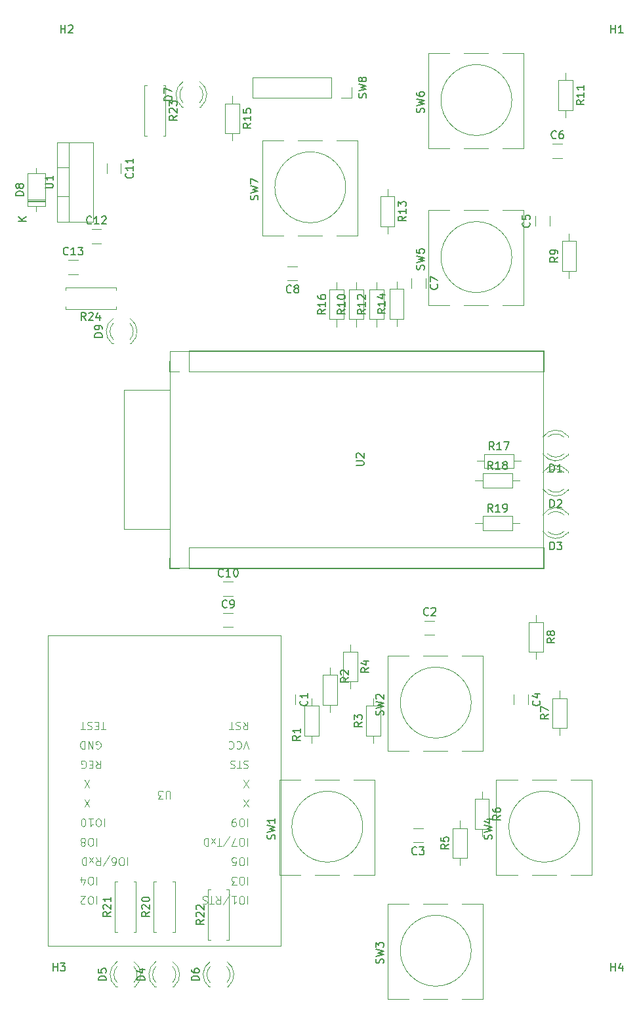
<source format=gbr>
%TF.GenerationSoftware,KiCad,Pcbnew,7.0.2*%
%TF.CreationDate,2024-06-30T13:29:06+09:00*%
%TF.ProjectId,______,b3f3c8ed-fce9-42e6-9b69-6361645f7063,rev?*%
%TF.SameCoordinates,PX6422c40PY981c6e0*%
%TF.FileFunction,Legend,Top*%
%TF.FilePolarity,Positive*%
%FSLAX46Y46*%
G04 Gerber Fmt 4.6, Leading zero omitted, Abs format (unit mm)*
G04 Created by KiCad (PCBNEW 7.0.2) date 2024-06-30 13:29:06*
%MOMM*%
%LPD*%
G01*
G04 APERTURE LIST*
%ADD10C,0.150000*%
%ADD11C,0.100000*%
%ADD12C,0.120000*%
G04 APERTURE END LIST*
D10*
%TO.C,R4*%
X46882619Y46833334D02*
X46406428Y46500001D01*
X46882619Y46261906D02*
X45882619Y46261906D01*
X45882619Y46261906D02*
X45882619Y46642858D01*
X45882619Y46642858D02*
X45930238Y46738096D01*
X45930238Y46738096D02*
X45977857Y46785715D01*
X45977857Y46785715D02*
X46073095Y46833334D01*
X46073095Y46833334D02*
X46215952Y46833334D01*
X46215952Y46833334D02*
X46311190Y46785715D01*
X46311190Y46785715D02*
X46358809Y46738096D01*
X46358809Y46738096D02*
X46406428Y46642858D01*
X46406428Y46642858D02*
X46406428Y46261906D01*
X46215952Y47690477D02*
X46882619Y47690477D01*
X45835000Y47452382D02*
X46549285Y47214287D01*
X46549285Y47214287D02*
X46549285Y47833334D01*
%TO.C,U1*%
X5137619Y108738096D02*
X5947142Y108738096D01*
X5947142Y108738096D02*
X6042380Y108785715D01*
X6042380Y108785715D02*
X6090000Y108833334D01*
X6090000Y108833334D02*
X6137619Y108928572D01*
X6137619Y108928572D02*
X6137619Y109119048D01*
X6137619Y109119048D02*
X6090000Y109214286D01*
X6090000Y109214286D02*
X6042380Y109261905D01*
X6042380Y109261905D02*
X5947142Y109309524D01*
X5947142Y109309524D02*
X5137619Y109309524D01*
X6137619Y110309524D02*
X6137619Y109738096D01*
X6137619Y110023810D02*
X5137619Y110023810D01*
X5137619Y110023810D02*
X5280476Y109928572D01*
X5280476Y109928572D02*
X5375714Y109833334D01*
X5375714Y109833334D02*
X5423333Y109738096D01*
%TO.C,C1*%
X38917380Y42583334D02*
X38965000Y42535715D01*
X38965000Y42535715D02*
X39012619Y42392858D01*
X39012619Y42392858D02*
X39012619Y42297620D01*
X39012619Y42297620D02*
X38965000Y42154763D01*
X38965000Y42154763D02*
X38869761Y42059525D01*
X38869761Y42059525D02*
X38774523Y42011906D01*
X38774523Y42011906D02*
X38584047Y41964287D01*
X38584047Y41964287D02*
X38441190Y41964287D01*
X38441190Y41964287D02*
X38250714Y42011906D01*
X38250714Y42011906D02*
X38155476Y42059525D01*
X38155476Y42059525D02*
X38060238Y42154763D01*
X38060238Y42154763D02*
X38012619Y42297620D01*
X38012619Y42297620D02*
X38012619Y42392858D01*
X38012619Y42392858D02*
X38060238Y42535715D01*
X38060238Y42535715D02*
X38107857Y42583334D01*
X39012619Y43535715D02*
X39012619Y42964287D01*
X39012619Y43250001D02*
X38012619Y43250001D01*
X38012619Y43250001D02*
X38155476Y43154763D01*
X38155476Y43154763D02*
X38250714Y43059525D01*
X38250714Y43059525D02*
X38298333Y42964287D01*
%TO.C,C10*%
X28107142Y58682620D02*
X28059523Y58635000D01*
X28059523Y58635000D02*
X27916666Y58587381D01*
X27916666Y58587381D02*
X27821428Y58587381D01*
X27821428Y58587381D02*
X27678571Y58635000D01*
X27678571Y58635000D02*
X27583333Y58730239D01*
X27583333Y58730239D02*
X27535714Y58825477D01*
X27535714Y58825477D02*
X27488095Y59015953D01*
X27488095Y59015953D02*
X27488095Y59158810D01*
X27488095Y59158810D02*
X27535714Y59349286D01*
X27535714Y59349286D02*
X27583333Y59444524D01*
X27583333Y59444524D02*
X27678571Y59539762D01*
X27678571Y59539762D02*
X27821428Y59587381D01*
X27821428Y59587381D02*
X27916666Y59587381D01*
X27916666Y59587381D02*
X28059523Y59539762D01*
X28059523Y59539762D02*
X28107142Y59492143D01*
X29059523Y58587381D02*
X28488095Y58587381D01*
X28773809Y58587381D02*
X28773809Y59587381D01*
X28773809Y59587381D02*
X28678571Y59444524D01*
X28678571Y59444524D02*
X28583333Y59349286D01*
X28583333Y59349286D02*
X28488095Y59301667D01*
X29678571Y59587381D02*
X29773809Y59587381D01*
X29773809Y59587381D02*
X29869047Y59539762D01*
X29869047Y59539762D02*
X29916666Y59492143D01*
X29916666Y59492143D02*
X29964285Y59396905D01*
X29964285Y59396905D02*
X30011904Y59206429D01*
X30011904Y59206429D02*
X30011904Y58968334D01*
X30011904Y58968334D02*
X29964285Y58777858D01*
X29964285Y58777858D02*
X29916666Y58682620D01*
X29916666Y58682620D02*
X29869047Y58635000D01*
X29869047Y58635000D02*
X29773809Y58587381D01*
X29773809Y58587381D02*
X29678571Y58587381D01*
X29678571Y58587381D02*
X29583333Y58635000D01*
X29583333Y58635000D02*
X29535714Y58682620D01*
X29535714Y58682620D02*
X29488095Y58777858D01*
X29488095Y58777858D02*
X29440476Y58968334D01*
X29440476Y58968334D02*
X29440476Y59206429D01*
X29440476Y59206429D02*
X29488095Y59396905D01*
X29488095Y59396905D02*
X29535714Y59492143D01*
X29535714Y59492143D02*
X29583333Y59539762D01*
X29583333Y59539762D02*
X29678571Y59587381D01*
%TO.C,H4*%
X78148095Y7737381D02*
X78148095Y8737381D01*
X78148095Y8261191D02*
X78719523Y8261191D01*
X78719523Y7737381D02*
X78719523Y8737381D01*
X79624285Y8404048D02*
X79624285Y7737381D01*
X79386190Y8785000D02*
X79148095Y8070715D01*
X79148095Y8070715D02*
X79767142Y8070715D01*
%TO.C,R12*%
X46429040Y93065224D02*
X45952849Y92731891D01*
X46429040Y92493796D02*
X45429040Y92493796D01*
X45429040Y92493796D02*
X45429040Y92874748D01*
X45429040Y92874748D02*
X45476659Y92969986D01*
X45476659Y92969986D02*
X45524278Y93017605D01*
X45524278Y93017605D02*
X45619516Y93065224D01*
X45619516Y93065224D02*
X45762373Y93065224D01*
X45762373Y93065224D02*
X45857611Y93017605D01*
X45857611Y93017605D02*
X45905230Y92969986D01*
X45905230Y92969986D02*
X45952849Y92874748D01*
X45952849Y92874748D02*
X45952849Y92493796D01*
X46429040Y94017605D02*
X46429040Y93446177D01*
X46429040Y93731891D02*
X45429040Y93731891D01*
X45429040Y93731891D02*
X45571897Y93636653D01*
X45571897Y93636653D02*
X45667135Y93541415D01*
X45667135Y93541415D02*
X45714754Y93446177D01*
X45524278Y94398558D02*
X45476659Y94446177D01*
X45476659Y94446177D02*
X45429040Y94541415D01*
X45429040Y94541415D02*
X45429040Y94779510D01*
X45429040Y94779510D02*
X45476659Y94874748D01*
X45476659Y94874748D02*
X45524278Y94922367D01*
X45524278Y94922367D02*
X45619516Y94969986D01*
X45619516Y94969986D02*
X45714754Y94969986D01*
X45714754Y94969986D02*
X45857611Y94922367D01*
X45857611Y94922367D02*
X46429040Y94350939D01*
X46429040Y94350939D02*
X46429040Y94969986D01*
%TO.C,R3*%
X46042619Y39833334D02*
X45566428Y39500001D01*
X46042619Y39261906D02*
X45042619Y39261906D01*
X45042619Y39261906D02*
X45042619Y39642858D01*
X45042619Y39642858D02*
X45090238Y39738096D01*
X45090238Y39738096D02*
X45137857Y39785715D01*
X45137857Y39785715D02*
X45233095Y39833334D01*
X45233095Y39833334D02*
X45375952Y39833334D01*
X45375952Y39833334D02*
X45471190Y39785715D01*
X45471190Y39785715D02*
X45518809Y39738096D01*
X45518809Y39738096D02*
X45566428Y39642858D01*
X45566428Y39642858D02*
X45566428Y39261906D01*
X45042619Y40166668D02*
X45042619Y40785715D01*
X45042619Y40785715D02*
X45423571Y40452382D01*
X45423571Y40452382D02*
X45423571Y40595239D01*
X45423571Y40595239D02*
X45471190Y40690477D01*
X45471190Y40690477D02*
X45518809Y40738096D01*
X45518809Y40738096D02*
X45614047Y40785715D01*
X45614047Y40785715D02*
X45852142Y40785715D01*
X45852142Y40785715D02*
X45947380Y40738096D01*
X45947380Y40738096D02*
X45995000Y40690477D01*
X45995000Y40690477D02*
X46042619Y40595239D01*
X46042619Y40595239D02*
X46042619Y40309525D01*
X46042619Y40309525D02*
X45995000Y40214287D01*
X45995000Y40214287D02*
X45947380Y40166668D01*
%TO.C,C13*%
X8107142Y100182620D02*
X8059523Y100135000D01*
X8059523Y100135000D02*
X7916666Y100087381D01*
X7916666Y100087381D02*
X7821428Y100087381D01*
X7821428Y100087381D02*
X7678571Y100135000D01*
X7678571Y100135000D02*
X7583333Y100230239D01*
X7583333Y100230239D02*
X7535714Y100325477D01*
X7535714Y100325477D02*
X7488095Y100515953D01*
X7488095Y100515953D02*
X7488095Y100658810D01*
X7488095Y100658810D02*
X7535714Y100849286D01*
X7535714Y100849286D02*
X7583333Y100944524D01*
X7583333Y100944524D02*
X7678571Y101039762D01*
X7678571Y101039762D02*
X7821428Y101087381D01*
X7821428Y101087381D02*
X7916666Y101087381D01*
X7916666Y101087381D02*
X8059523Y101039762D01*
X8059523Y101039762D02*
X8107142Y100992143D01*
X9059523Y100087381D02*
X8488095Y100087381D01*
X8773809Y100087381D02*
X8773809Y101087381D01*
X8773809Y101087381D02*
X8678571Y100944524D01*
X8678571Y100944524D02*
X8583333Y100849286D01*
X8583333Y100849286D02*
X8488095Y100801667D01*
X9392857Y101087381D02*
X10011904Y101087381D01*
X10011904Y101087381D02*
X9678571Y100706429D01*
X9678571Y100706429D02*
X9821428Y100706429D01*
X9821428Y100706429D02*
X9916666Y100658810D01*
X9916666Y100658810D02*
X9964285Y100611191D01*
X9964285Y100611191D02*
X10011904Y100515953D01*
X10011904Y100515953D02*
X10011904Y100277858D01*
X10011904Y100277858D02*
X9964285Y100182620D01*
X9964285Y100182620D02*
X9916666Y100135000D01*
X9916666Y100135000D02*
X9821428Y100087381D01*
X9821428Y100087381D02*
X9535714Y100087381D01*
X9535714Y100087381D02*
X9440476Y100135000D01*
X9440476Y100135000D02*
X9392857Y100182620D01*
%TO.C,R7*%
X70042619Y40833334D02*
X69566428Y40500001D01*
X70042619Y40261906D02*
X69042619Y40261906D01*
X69042619Y40261906D02*
X69042619Y40642858D01*
X69042619Y40642858D02*
X69090238Y40738096D01*
X69090238Y40738096D02*
X69137857Y40785715D01*
X69137857Y40785715D02*
X69233095Y40833334D01*
X69233095Y40833334D02*
X69375952Y40833334D01*
X69375952Y40833334D02*
X69471190Y40785715D01*
X69471190Y40785715D02*
X69518809Y40738096D01*
X69518809Y40738096D02*
X69566428Y40642858D01*
X69566428Y40642858D02*
X69566428Y40261906D01*
X69042619Y41166668D02*
X69042619Y41833334D01*
X69042619Y41833334D02*
X70042619Y41404763D01*
%TO.C,R22*%
X25592619Y14357143D02*
X25116428Y14023810D01*
X25592619Y13785715D02*
X24592619Y13785715D01*
X24592619Y13785715D02*
X24592619Y14166667D01*
X24592619Y14166667D02*
X24640238Y14261905D01*
X24640238Y14261905D02*
X24687857Y14309524D01*
X24687857Y14309524D02*
X24783095Y14357143D01*
X24783095Y14357143D02*
X24925952Y14357143D01*
X24925952Y14357143D02*
X25021190Y14309524D01*
X25021190Y14309524D02*
X25068809Y14261905D01*
X25068809Y14261905D02*
X25116428Y14166667D01*
X25116428Y14166667D02*
X25116428Y13785715D01*
X24687857Y14738096D02*
X24640238Y14785715D01*
X24640238Y14785715D02*
X24592619Y14880953D01*
X24592619Y14880953D02*
X24592619Y15119048D01*
X24592619Y15119048D02*
X24640238Y15214286D01*
X24640238Y15214286D02*
X24687857Y15261905D01*
X24687857Y15261905D02*
X24783095Y15309524D01*
X24783095Y15309524D02*
X24878333Y15309524D01*
X24878333Y15309524D02*
X25021190Y15261905D01*
X25021190Y15261905D02*
X25592619Y14690477D01*
X25592619Y14690477D02*
X25592619Y15309524D01*
X24687857Y15690477D02*
X24640238Y15738096D01*
X24640238Y15738096D02*
X24592619Y15833334D01*
X24592619Y15833334D02*
X24592619Y16071429D01*
X24592619Y16071429D02*
X24640238Y16166667D01*
X24640238Y16166667D02*
X24687857Y16214286D01*
X24687857Y16214286D02*
X24783095Y16261905D01*
X24783095Y16261905D02*
X24878333Y16261905D01*
X24878333Y16261905D02*
X25021190Y16214286D01*
X25021190Y16214286D02*
X25592619Y15642858D01*
X25592619Y15642858D02*
X25592619Y16261905D01*
%TO.C,C3*%
X53083333Y22822620D02*
X53035714Y22775000D01*
X53035714Y22775000D02*
X52892857Y22727381D01*
X52892857Y22727381D02*
X52797619Y22727381D01*
X52797619Y22727381D02*
X52654762Y22775000D01*
X52654762Y22775000D02*
X52559524Y22870239D01*
X52559524Y22870239D02*
X52511905Y22965477D01*
X52511905Y22965477D02*
X52464286Y23155953D01*
X52464286Y23155953D02*
X52464286Y23298810D01*
X52464286Y23298810D02*
X52511905Y23489286D01*
X52511905Y23489286D02*
X52559524Y23584524D01*
X52559524Y23584524D02*
X52654762Y23679762D01*
X52654762Y23679762D02*
X52797619Y23727381D01*
X52797619Y23727381D02*
X52892857Y23727381D01*
X52892857Y23727381D02*
X53035714Y23679762D01*
X53035714Y23679762D02*
X53083333Y23632143D01*
X53416667Y23727381D02*
X54035714Y23727381D01*
X54035714Y23727381D02*
X53702381Y23346429D01*
X53702381Y23346429D02*
X53845238Y23346429D01*
X53845238Y23346429D02*
X53940476Y23298810D01*
X53940476Y23298810D02*
X53988095Y23251191D01*
X53988095Y23251191D02*
X54035714Y23155953D01*
X54035714Y23155953D02*
X54035714Y22917858D01*
X54035714Y22917858D02*
X53988095Y22822620D01*
X53988095Y22822620D02*
X53940476Y22775000D01*
X53940476Y22775000D02*
X53845238Y22727381D01*
X53845238Y22727381D02*
X53559524Y22727381D01*
X53559524Y22727381D02*
X53464286Y22775000D01*
X53464286Y22775000D02*
X53416667Y22822620D01*
%TO.C,R20*%
X18592619Y15357143D02*
X18116428Y15023810D01*
X18592619Y14785715D02*
X17592619Y14785715D01*
X17592619Y14785715D02*
X17592619Y15166667D01*
X17592619Y15166667D02*
X17640238Y15261905D01*
X17640238Y15261905D02*
X17687857Y15309524D01*
X17687857Y15309524D02*
X17783095Y15357143D01*
X17783095Y15357143D02*
X17925952Y15357143D01*
X17925952Y15357143D02*
X18021190Y15309524D01*
X18021190Y15309524D02*
X18068809Y15261905D01*
X18068809Y15261905D02*
X18116428Y15166667D01*
X18116428Y15166667D02*
X18116428Y14785715D01*
X17687857Y15738096D02*
X17640238Y15785715D01*
X17640238Y15785715D02*
X17592619Y15880953D01*
X17592619Y15880953D02*
X17592619Y16119048D01*
X17592619Y16119048D02*
X17640238Y16214286D01*
X17640238Y16214286D02*
X17687857Y16261905D01*
X17687857Y16261905D02*
X17783095Y16309524D01*
X17783095Y16309524D02*
X17878333Y16309524D01*
X17878333Y16309524D02*
X18021190Y16261905D01*
X18021190Y16261905D02*
X18592619Y15690477D01*
X18592619Y15690477D02*
X18592619Y16309524D01*
X17592619Y16928572D02*
X17592619Y17023810D01*
X17592619Y17023810D02*
X17640238Y17119048D01*
X17640238Y17119048D02*
X17687857Y17166667D01*
X17687857Y17166667D02*
X17783095Y17214286D01*
X17783095Y17214286D02*
X17973571Y17261905D01*
X17973571Y17261905D02*
X18211666Y17261905D01*
X18211666Y17261905D02*
X18402142Y17214286D01*
X18402142Y17214286D02*
X18497380Y17166667D01*
X18497380Y17166667D02*
X18545000Y17119048D01*
X18545000Y17119048D02*
X18592619Y17023810D01*
X18592619Y17023810D02*
X18592619Y16928572D01*
X18592619Y16928572D02*
X18545000Y16833334D01*
X18545000Y16833334D02*
X18497380Y16785715D01*
X18497380Y16785715D02*
X18402142Y16738096D01*
X18402142Y16738096D02*
X18211666Y16690477D01*
X18211666Y16690477D02*
X17973571Y16690477D01*
X17973571Y16690477D02*
X17783095Y16738096D01*
X17783095Y16738096D02*
X17687857Y16785715D01*
X17687857Y16785715D02*
X17640238Y16833334D01*
X17640238Y16833334D02*
X17592619Y16928572D01*
%TO.C,H2*%
X7148095Y128737381D02*
X7148095Y129737381D01*
X7148095Y129261191D02*
X7719523Y129261191D01*
X7719523Y128737381D02*
X7719523Y129737381D01*
X8148095Y129642143D02*
X8195714Y129689762D01*
X8195714Y129689762D02*
X8290952Y129737381D01*
X8290952Y129737381D02*
X8529047Y129737381D01*
X8529047Y129737381D02*
X8624285Y129689762D01*
X8624285Y129689762D02*
X8671904Y129642143D01*
X8671904Y129642143D02*
X8719523Y129546905D01*
X8719523Y129546905D02*
X8719523Y129451667D01*
X8719523Y129451667D02*
X8671904Y129308810D01*
X8671904Y129308810D02*
X8100476Y128737381D01*
X8100476Y128737381D02*
X8719523Y128737381D01*
%TO.C,R1*%
X38042619Y38073334D02*
X37566428Y37740001D01*
X38042619Y37501906D02*
X37042619Y37501906D01*
X37042619Y37501906D02*
X37042619Y37882858D01*
X37042619Y37882858D02*
X37090238Y37978096D01*
X37090238Y37978096D02*
X37137857Y38025715D01*
X37137857Y38025715D02*
X37233095Y38073334D01*
X37233095Y38073334D02*
X37375952Y38073334D01*
X37375952Y38073334D02*
X37471190Y38025715D01*
X37471190Y38025715D02*
X37518809Y37978096D01*
X37518809Y37978096D02*
X37566428Y37882858D01*
X37566428Y37882858D02*
X37566428Y37501906D01*
X38042619Y39025715D02*
X38042619Y38454287D01*
X38042619Y38740001D02*
X37042619Y38740001D01*
X37042619Y38740001D02*
X37185476Y38644763D01*
X37185476Y38644763D02*
X37280714Y38549525D01*
X37280714Y38549525D02*
X37328333Y38454287D01*
%TO.C,SW2*%
X48755000Y40746668D02*
X48802619Y40889525D01*
X48802619Y40889525D02*
X48802619Y41127620D01*
X48802619Y41127620D02*
X48755000Y41222858D01*
X48755000Y41222858D02*
X48707380Y41270477D01*
X48707380Y41270477D02*
X48612142Y41318096D01*
X48612142Y41318096D02*
X48516904Y41318096D01*
X48516904Y41318096D02*
X48421666Y41270477D01*
X48421666Y41270477D02*
X48374047Y41222858D01*
X48374047Y41222858D02*
X48326428Y41127620D01*
X48326428Y41127620D02*
X48278809Y40937144D01*
X48278809Y40937144D02*
X48231190Y40841906D01*
X48231190Y40841906D02*
X48183571Y40794287D01*
X48183571Y40794287D02*
X48088333Y40746668D01*
X48088333Y40746668D02*
X47993095Y40746668D01*
X47993095Y40746668D02*
X47897857Y40794287D01*
X47897857Y40794287D02*
X47850238Y40841906D01*
X47850238Y40841906D02*
X47802619Y40937144D01*
X47802619Y40937144D02*
X47802619Y41175239D01*
X47802619Y41175239D02*
X47850238Y41318096D01*
X47802619Y41651430D02*
X48802619Y41889525D01*
X48802619Y41889525D02*
X48088333Y42080001D01*
X48088333Y42080001D02*
X48802619Y42270477D01*
X48802619Y42270477D02*
X47802619Y42508572D01*
X47897857Y42841906D02*
X47850238Y42889525D01*
X47850238Y42889525D02*
X47802619Y42984763D01*
X47802619Y42984763D02*
X47802619Y43222858D01*
X47802619Y43222858D02*
X47850238Y43318096D01*
X47850238Y43318096D02*
X47897857Y43365715D01*
X47897857Y43365715D02*
X47993095Y43413334D01*
X47993095Y43413334D02*
X48088333Y43413334D01*
X48088333Y43413334D02*
X48231190Y43365715D01*
X48231190Y43365715D02*
X48802619Y42794287D01*
X48802619Y42794287D02*
X48802619Y43413334D01*
%TO.C,C4*%
X68917380Y42583334D02*
X68965000Y42535715D01*
X68965000Y42535715D02*
X69012619Y42392858D01*
X69012619Y42392858D02*
X69012619Y42297620D01*
X69012619Y42297620D02*
X68965000Y42154763D01*
X68965000Y42154763D02*
X68869761Y42059525D01*
X68869761Y42059525D02*
X68774523Y42011906D01*
X68774523Y42011906D02*
X68584047Y41964287D01*
X68584047Y41964287D02*
X68441190Y41964287D01*
X68441190Y41964287D02*
X68250714Y42011906D01*
X68250714Y42011906D02*
X68155476Y42059525D01*
X68155476Y42059525D02*
X68060238Y42154763D01*
X68060238Y42154763D02*
X68012619Y42297620D01*
X68012619Y42297620D02*
X68012619Y42392858D01*
X68012619Y42392858D02*
X68060238Y42535715D01*
X68060238Y42535715D02*
X68107857Y42583334D01*
X68345952Y43440477D02*
X69012619Y43440477D01*
X67965000Y43202382D02*
X68679285Y42964287D01*
X68679285Y42964287D02*
X68679285Y43583334D01*
%TO.C,C11*%
X16417380Y110607143D02*
X16465000Y110559524D01*
X16465000Y110559524D02*
X16512619Y110416667D01*
X16512619Y110416667D02*
X16512619Y110321429D01*
X16512619Y110321429D02*
X16465000Y110178572D01*
X16465000Y110178572D02*
X16369761Y110083334D01*
X16369761Y110083334D02*
X16274523Y110035715D01*
X16274523Y110035715D02*
X16084047Y109988096D01*
X16084047Y109988096D02*
X15941190Y109988096D01*
X15941190Y109988096D02*
X15750714Y110035715D01*
X15750714Y110035715D02*
X15655476Y110083334D01*
X15655476Y110083334D02*
X15560238Y110178572D01*
X15560238Y110178572D02*
X15512619Y110321429D01*
X15512619Y110321429D02*
X15512619Y110416667D01*
X15512619Y110416667D02*
X15560238Y110559524D01*
X15560238Y110559524D02*
X15607857Y110607143D01*
X16512619Y111559524D02*
X16512619Y110988096D01*
X16512619Y111273810D02*
X15512619Y111273810D01*
X15512619Y111273810D02*
X15655476Y111178572D01*
X15655476Y111178572D02*
X15750714Y111083334D01*
X15750714Y111083334D02*
X15798333Y110988096D01*
X16512619Y112511905D02*
X16512619Y111940477D01*
X16512619Y112226191D02*
X15512619Y112226191D01*
X15512619Y112226191D02*
X15655476Y112130953D01*
X15655476Y112130953D02*
X15750714Y112035715D01*
X15750714Y112035715D02*
X15798333Y111940477D01*
%TO.C,SW7*%
X32558081Y107214749D02*
X32605700Y107357606D01*
X32605700Y107357606D02*
X32605700Y107595701D01*
X32605700Y107595701D02*
X32558081Y107690939D01*
X32558081Y107690939D02*
X32510461Y107738558D01*
X32510461Y107738558D02*
X32415223Y107786177D01*
X32415223Y107786177D02*
X32319985Y107786177D01*
X32319985Y107786177D02*
X32224747Y107738558D01*
X32224747Y107738558D02*
X32177128Y107690939D01*
X32177128Y107690939D02*
X32129509Y107595701D01*
X32129509Y107595701D02*
X32081890Y107405225D01*
X32081890Y107405225D02*
X32034271Y107309987D01*
X32034271Y107309987D02*
X31986652Y107262368D01*
X31986652Y107262368D02*
X31891414Y107214749D01*
X31891414Y107214749D02*
X31796176Y107214749D01*
X31796176Y107214749D02*
X31700938Y107262368D01*
X31700938Y107262368D02*
X31653319Y107309987D01*
X31653319Y107309987D02*
X31605700Y107405225D01*
X31605700Y107405225D02*
X31605700Y107643320D01*
X31605700Y107643320D02*
X31653319Y107786177D01*
X31605700Y108119511D02*
X32605700Y108357606D01*
X32605700Y108357606D02*
X31891414Y108548082D01*
X31891414Y108548082D02*
X32605700Y108738558D01*
X32605700Y108738558D02*
X31605700Y108976653D01*
X31605700Y109262368D02*
X31605700Y109929034D01*
X31605700Y109929034D02*
X32605700Y109500463D01*
%TO.C,R21*%
X13592619Y15357143D02*
X13116428Y15023810D01*
X13592619Y14785715D02*
X12592619Y14785715D01*
X12592619Y14785715D02*
X12592619Y15166667D01*
X12592619Y15166667D02*
X12640238Y15261905D01*
X12640238Y15261905D02*
X12687857Y15309524D01*
X12687857Y15309524D02*
X12783095Y15357143D01*
X12783095Y15357143D02*
X12925952Y15357143D01*
X12925952Y15357143D02*
X13021190Y15309524D01*
X13021190Y15309524D02*
X13068809Y15261905D01*
X13068809Y15261905D02*
X13116428Y15166667D01*
X13116428Y15166667D02*
X13116428Y14785715D01*
X12687857Y15738096D02*
X12640238Y15785715D01*
X12640238Y15785715D02*
X12592619Y15880953D01*
X12592619Y15880953D02*
X12592619Y16119048D01*
X12592619Y16119048D02*
X12640238Y16214286D01*
X12640238Y16214286D02*
X12687857Y16261905D01*
X12687857Y16261905D02*
X12783095Y16309524D01*
X12783095Y16309524D02*
X12878333Y16309524D01*
X12878333Y16309524D02*
X13021190Y16261905D01*
X13021190Y16261905D02*
X13592619Y15690477D01*
X13592619Y15690477D02*
X13592619Y16309524D01*
X13592619Y17261905D02*
X13592619Y16690477D01*
X13592619Y16976191D02*
X12592619Y16976191D01*
X12592619Y16976191D02*
X12735476Y16880953D01*
X12735476Y16880953D02*
X12830714Y16785715D01*
X12830714Y16785715D02*
X12878333Y16690477D01*
%TO.C,R11*%
X74685700Y120065224D02*
X74209509Y119731891D01*
X74685700Y119493796D02*
X73685700Y119493796D01*
X73685700Y119493796D02*
X73685700Y119874748D01*
X73685700Y119874748D02*
X73733319Y119969986D01*
X73733319Y119969986D02*
X73780938Y120017605D01*
X73780938Y120017605D02*
X73876176Y120065224D01*
X73876176Y120065224D02*
X74019033Y120065224D01*
X74019033Y120065224D02*
X74114271Y120017605D01*
X74114271Y120017605D02*
X74161890Y119969986D01*
X74161890Y119969986D02*
X74209509Y119874748D01*
X74209509Y119874748D02*
X74209509Y119493796D01*
X74685700Y121017605D02*
X74685700Y120446177D01*
X74685700Y120731891D02*
X73685700Y120731891D01*
X73685700Y120731891D02*
X73828557Y120636653D01*
X73828557Y120636653D02*
X73923795Y120541415D01*
X73923795Y120541415D02*
X73971414Y120446177D01*
X74685700Y121969986D02*
X74685700Y121398558D01*
X74685700Y121684272D02*
X73685700Y121684272D01*
X73685700Y121684272D02*
X73828557Y121589034D01*
X73828557Y121589034D02*
X73923795Y121493796D01*
X73923795Y121493796D02*
X73971414Y121398558D01*
%TO.C,C5*%
X67620461Y104291415D02*
X67668081Y104243796D01*
X67668081Y104243796D02*
X67715700Y104100939D01*
X67715700Y104100939D02*
X67715700Y104005701D01*
X67715700Y104005701D02*
X67668081Y103862844D01*
X67668081Y103862844D02*
X67572842Y103767606D01*
X67572842Y103767606D02*
X67477604Y103719987D01*
X67477604Y103719987D02*
X67287128Y103672368D01*
X67287128Y103672368D02*
X67144271Y103672368D01*
X67144271Y103672368D02*
X66953795Y103719987D01*
X66953795Y103719987D02*
X66858557Y103767606D01*
X66858557Y103767606D02*
X66763319Y103862844D01*
X66763319Y103862844D02*
X66715700Y104005701D01*
X66715700Y104005701D02*
X66715700Y104100939D01*
X66715700Y104100939D02*
X66763319Y104243796D01*
X66763319Y104243796D02*
X66810938Y104291415D01*
X66715700Y105196177D02*
X66715700Y104719987D01*
X66715700Y104719987D02*
X67191890Y104672368D01*
X67191890Y104672368D02*
X67144271Y104719987D01*
X67144271Y104719987D02*
X67096652Y104815225D01*
X67096652Y104815225D02*
X67096652Y105053320D01*
X67096652Y105053320D02*
X67144271Y105148558D01*
X67144271Y105148558D02*
X67191890Y105196177D01*
X67191890Y105196177D02*
X67287128Y105243796D01*
X67287128Y105243796D02*
X67525223Y105243796D01*
X67525223Y105243796D02*
X67620461Y105196177D01*
X67620461Y105196177D02*
X67668081Y105148558D01*
X67668081Y105148558D02*
X67715700Y105053320D01*
X67715700Y105053320D02*
X67715700Y104815225D01*
X67715700Y104815225D02*
X67668081Y104719987D01*
X67668081Y104719987D02*
X67620461Y104672368D01*
%TO.C,R9*%
X71283242Y99797334D02*
X70807051Y99464001D01*
X71283242Y99225906D02*
X70283242Y99225906D01*
X70283242Y99225906D02*
X70283242Y99606858D01*
X70283242Y99606858D02*
X70330861Y99702096D01*
X70330861Y99702096D02*
X70378480Y99749715D01*
X70378480Y99749715D02*
X70473718Y99797334D01*
X70473718Y99797334D02*
X70616575Y99797334D01*
X70616575Y99797334D02*
X70711813Y99749715D01*
X70711813Y99749715D02*
X70759432Y99702096D01*
X70759432Y99702096D02*
X70807051Y99606858D01*
X70807051Y99606858D02*
X70807051Y99225906D01*
X71283242Y100273525D02*
X71283242Y100464001D01*
X71283242Y100464001D02*
X71235623Y100559239D01*
X71235623Y100559239D02*
X71188003Y100606858D01*
X71188003Y100606858D02*
X71045146Y100702096D01*
X71045146Y100702096D02*
X70854670Y100749715D01*
X70854670Y100749715D02*
X70473718Y100749715D01*
X70473718Y100749715D02*
X70378480Y100702096D01*
X70378480Y100702096D02*
X70330861Y100654477D01*
X70330861Y100654477D02*
X70283242Y100559239D01*
X70283242Y100559239D02*
X70283242Y100368763D01*
X70283242Y100368763D02*
X70330861Y100273525D01*
X70330861Y100273525D02*
X70378480Y100225906D01*
X70378480Y100225906D02*
X70473718Y100178287D01*
X70473718Y100178287D02*
X70711813Y100178287D01*
X70711813Y100178287D02*
X70807051Y100225906D01*
X70807051Y100225906D02*
X70854670Y100273525D01*
X70854670Y100273525D02*
X70902289Y100368763D01*
X70902289Y100368763D02*
X70902289Y100559239D01*
X70902289Y100559239D02*
X70854670Y100654477D01*
X70854670Y100654477D02*
X70807051Y100702096D01*
X70807051Y100702096D02*
X70711813Y100749715D01*
%TO.C,H3*%
X6148095Y7737381D02*
X6148095Y8737381D01*
X6148095Y8261191D02*
X6719523Y8261191D01*
X6719523Y7737381D02*
X6719523Y8737381D01*
X7100476Y8737381D02*
X7719523Y8737381D01*
X7719523Y8737381D02*
X7386190Y8356429D01*
X7386190Y8356429D02*
X7529047Y8356429D01*
X7529047Y8356429D02*
X7624285Y8308810D01*
X7624285Y8308810D02*
X7671904Y8261191D01*
X7671904Y8261191D02*
X7719523Y8165953D01*
X7719523Y8165953D02*
X7719523Y7927858D01*
X7719523Y7927858D02*
X7671904Y7832620D01*
X7671904Y7832620D02*
X7624285Y7785000D01*
X7624285Y7785000D02*
X7529047Y7737381D01*
X7529047Y7737381D02*
X7243333Y7737381D01*
X7243333Y7737381D02*
X7148095Y7785000D01*
X7148095Y7785000D02*
X7100476Y7832620D01*
%TO.C,H1*%
X78148095Y128737381D02*
X78148095Y129737381D01*
X78148095Y129261191D02*
X78719523Y129261191D01*
X78719523Y128737381D02*
X78719523Y129737381D01*
X79719523Y128737381D02*
X79148095Y128737381D01*
X79433809Y128737381D02*
X79433809Y129737381D01*
X79433809Y129737381D02*
X79338571Y129594524D01*
X79338571Y129594524D02*
X79243333Y129499286D01*
X79243333Y129499286D02*
X79148095Y129451667D01*
%TO.C,D9*%
X12502619Y89491906D02*
X11502619Y89491906D01*
X11502619Y89491906D02*
X11502619Y89730001D01*
X11502619Y89730001D02*
X11550238Y89872858D01*
X11550238Y89872858D02*
X11645476Y89968096D01*
X11645476Y89968096D02*
X11740714Y90015715D01*
X11740714Y90015715D02*
X11931190Y90063334D01*
X11931190Y90063334D02*
X12074047Y90063334D01*
X12074047Y90063334D02*
X12264523Y90015715D01*
X12264523Y90015715D02*
X12359761Y89968096D01*
X12359761Y89968096D02*
X12455000Y89872858D01*
X12455000Y89872858D02*
X12502619Y89730001D01*
X12502619Y89730001D02*
X12502619Y89491906D01*
X12502619Y90539525D02*
X12502619Y90730001D01*
X12502619Y90730001D02*
X12455000Y90825239D01*
X12455000Y90825239D02*
X12407380Y90872858D01*
X12407380Y90872858D02*
X12264523Y90968096D01*
X12264523Y90968096D02*
X12074047Y91015715D01*
X12074047Y91015715D02*
X11693095Y91015715D01*
X11693095Y91015715D02*
X11597857Y90968096D01*
X11597857Y90968096D02*
X11550238Y90920477D01*
X11550238Y90920477D02*
X11502619Y90825239D01*
X11502619Y90825239D02*
X11502619Y90634763D01*
X11502619Y90634763D02*
X11550238Y90539525D01*
X11550238Y90539525D02*
X11597857Y90491906D01*
X11597857Y90491906D02*
X11693095Y90444287D01*
X11693095Y90444287D02*
X11931190Y90444287D01*
X11931190Y90444287D02*
X12026428Y90491906D01*
X12026428Y90491906D02*
X12074047Y90539525D01*
X12074047Y90539525D02*
X12121666Y90634763D01*
X12121666Y90634763D02*
X12121666Y90825239D01*
X12121666Y90825239D02*
X12074047Y90920477D01*
X12074047Y90920477D02*
X12026428Y90968096D01*
X12026428Y90968096D02*
X11931190Y91015715D01*
%TO.C,D1*%
X70295593Y72090423D02*
X70295593Y73090423D01*
X70295593Y73090423D02*
X70533688Y73090423D01*
X70533688Y73090423D02*
X70676545Y73042804D01*
X70676545Y73042804D02*
X70771783Y72947566D01*
X70771783Y72947566D02*
X70819402Y72852328D01*
X70819402Y72852328D02*
X70867021Y72661852D01*
X70867021Y72661852D02*
X70867021Y72518995D01*
X70867021Y72518995D02*
X70819402Y72328519D01*
X70819402Y72328519D02*
X70771783Y72233281D01*
X70771783Y72233281D02*
X70676545Y72138042D01*
X70676545Y72138042D02*
X70533688Y72090423D01*
X70533688Y72090423D02*
X70295593Y72090423D01*
X71819402Y72090423D02*
X71247974Y72090423D01*
X71533688Y72090423D02*
X71533688Y73090423D01*
X71533688Y73090423D02*
X71438450Y72947566D01*
X71438450Y72947566D02*
X71343212Y72852328D01*
X71343212Y72852328D02*
X71247974Y72804709D01*
%TO.C,R5*%
X57192619Y24073334D02*
X56716428Y23740001D01*
X57192619Y23501906D02*
X56192619Y23501906D01*
X56192619Y23501906D02*
X56192619Y23882858D01*
X56192619Y23882858D02*
X56240238Y23978096D01*
X56240238Y23978096D02*
X56287857Y24025715D01*
X56287857Y24025715D02*
X56383095Y24073334D01*
X56383095Y24073334D02*
X56525952Y24073334D01*
X56525952Y24073334D02*
X56621190Y24025715D01*
X56621190Y24025715D02*
X56668809Y23978096D01*
X56668809Y23978096D02*
X56716428Y23882858D01*
X56716428Y23882858D02*
X56716428Y23501906D01*
X56192619Y24978096D02*
X56192619Y24501906D01*
X56192619Y24501906D02*
X56668809Y24454287D01*
X56668809Y24454287D02*
X56621190Y24501906D01*
X56621190Y24501906D02*
X56573571Y24597144D01*
X56573571Y24597144D02*
X56573571Y24835239D01*
X56573571Y24835239D02*
X56621190Y24930477D01*
X56621190Y24930477D02*
X56668809Y24978096D01*
X56668809Y24978096D02*
X56764047Y25025715D01*
X56764047Y25025715D02*
X57002142Y25025715D01*
X57002142Y25025715D02*
X57097380Y24978096D01*
X57097380Y24978096D02*
X57145000Y24930477D01*
X57145000Y24930477D02*
X57192619Y24835239D01*
X57192619Y24835239D02*
X57192619Y24597144D01*
X57192619Y24597144D02*
X57145000Y24501906D01*
X57145000Y24501906D02*
X57097380Y24454287D01*
%TO.C,R23*%
X22135700Y118065224D02*
X21659509Y117731891D01*
X22135700Y117493796D02*
X21135700Y117493796D01*
X21135700Y117493796D02*
X21135700Y117874748D01*
X21135700Y117874748D02*
X21183319Y117969986D01*
X21183319Y117969986D02*
X21230938Y118017605D01*
X21230938Y118017605D02*
X21326176Y118065224D01*
X21326176Y118065224D02*
X21469033Y118065224D01*
X21469033Y118065224D02*
X21564271Y118017605D01*
X21564271Y118017605D02*
X21611890Y117969986D01*
X21611890Y117969986D02*
X21659509Y117874748D01*
X21659509Y117874748D02*
X21659509Y117493796D01*
X21230938Y118446177D02*
X21183319Y118493796D01*
X21183319Y118493796D02*
X21135700Y118589034D01*
X21135700Y118589034D02*
X21135700Y118827129D01*
X21135700Y118827129D02*
X21183319Y118922367D01*
X21183319Y118922367D02*
X21230938Y118969986D01*
X21230938Y118969986D02*
X21326176Y119017605D01*
X21326176Y119017605D02*
X21421414Y119017605D01*
X21421414Y119017605D02*
X21564271Y118969986D01*
X21564271Y118969986D02*
X22135700Y118398558D01*
X22135700Y118398558D02*
X22135700Y119017605D01*
X21135700Y119350939D02*
X21135700Y119969986D01*
X21135700Y119969986D02*
X21516652Y119636653D01*
X21516652Y119636653D02*
X21516652Y119779510D01*
X21516652Y119779510D02*
X21564271Y119874748D01*
X21564271Y119874748D02*
X21611890Y119922367D01*
X21611890Y119922367D02*
X21707128Y119969986D01*
X21707128Y119969986D02*
X21945223Y119969986D01*
X21945223Y119969986D02*
X22040461Y119922367D01*
X22040461Y119922367D02*
X22088081Y119874748D01*
X22088081Y119874748D02*
X22135700Y119779510D01*
X22135700Y119779510D02*
X22135700Y119493796D01*
X22135700Y119493796D02*
X22088081Y119398558D01*
X22088081Y119398558D02*
X22040461Y119350939D01*
%TO.C,R6*%
X63882619Y27833334D02*
X63406428Y27500001D01*
X63882619Y27261906D02*
X62882619Y27261906D01*
X62882619Y27261906D02*
X62882619Y27642858D01*
X62882619Y27642858D02*
X62930238Y27738096D01*
X62930238Y27738096D02*
X62977857Y27785715D01*
X62977857Y27785715D02*
X63073095Y27833334D01*
X63073095Y27833334D02*
X63215952Y27833334D01*
X63215952Y27833334D02*
X63311190Y27785715D01*
X63311190Y27785715D02*
X63358809Y27738096D01*
X63358809Y27738096D02*
X63406428Y27642858D01*
X63406428Y27642858D02*
X63406428Y27261906D01*
X62882619Y28690477D02*
X62882619Y28500001D01*
X62882619Y28500001D02*
X62930238Y28404763D01*
X62930238Y28404763D02*
X62977857Y28357144D01*
X62977857Y28357144D02*
X63120714Y28261906D01*
X63120714Y28261906D02*
X63311190Y28214287D01*
X63311190Y28214287D02*
X63692142Y28214287D01*
X63692142Y28214287D02*
X63787380Y28261906D01*
X63787380Y28261906D02*
X63835000Y28309525D01*
X63835000Y28309525D02*
X63882619Y28404763D01*
X63882619Y28404763D02*
X63882619Y28595239D01*
X63882619Y28595239D02*
X63835000Y28690477D01*
X63835000Y28690477D02*
X63787380Y28738096D01*
X63787380Y28738096D02*
X63692142Y28785715D01*
X63692142Y28785715D02*
X63454047Y28785715D01*
X63454047Y28785715D02*
X63358809Y28738096D01*
X63358809Y28738096D02*
X63311190Y28690477D01*
X63311190Y28690477D02*
X63263571Y28595239D01*
X63263571Y28595239D02*
X63263571Y28404763D01*
X63263571Y28404763D02*
X63311190Y28309525D01*
X63311190Y28309525D02*
X63358809Y28261906D01*
X63358809Y28261906D02*
X63454047Y28214287D01*
%TO.C,SW8*%
X46538081Y120349749D02*
X46585700Y120492606D01*
X46585700Y120492606D02*
X46585700Y120730701D01*
X46585700Y120730701D02*
X46538081Y120825939D01*
X46538081Y120825939D02*
X46490461Y120873558D01*
X46490461Y120873558D02*
X46395223Y120921177D01*
X46395223Y120921177D02*
X46299985Y120921177D01*
X46299985Y120921177D02*
X46204747Y120873558D01*
X46204747Y120873558D02*
X46157128Y120825939D01*
X46157128Y120825939D02*
X46109509Y120730701D01*
X46109509Y120730701D02*
X46061890Y120540225D01*
X46061890Y120540225D02*
X46014271Y120444987D01*
X46014271Y120444987D02*
X45966652Y120397368D01*
X45966652Y120397368D02*
X45871414Y120349749D01*
X45871414Y120349749D02*
X45776176Y120349749D01*
X45776176Y120349749D02*
X45680938Y120397368D01*
X45680938Y120397368D02*
X45633319Y120444987D01*
X45633319Y120444987D02*
X45585700Y120540225D01*
X45585700Y120540225D02*
X45585700Y120778320D01*
X45585700Y120778320D02*
X45633319Y120921177D01*
X45585700Y121254511D02*
X46585700Y121492606D01*
X46585700Y121492606D02*
X45871414Y121683082D01*
X45871414Y121683082D02*
X46585700Y121873558D01*
X46585700Y121873558D02*
X45585700Y122111653D01*
X46014271Y122635463D02*
X45966652Y122540225D01*
X45966652Y122540225D02*
X45919033Y122492606D01*
X45919033Y122492606D02*
X45823795Y122444987D01*
X45823795Y122444987D02*
X45776176Y122444987D01*
X45776176Y122444987D02*
X45680938Y122492606D01*
X45680938Y122492606D02*
X45633319Y122540225D01*
X45633319Y122540225D02*
X45585700Y122635463D01*
X45585700Y122635463D02*
X45585700Y122825939D01*
X45585700Y122825939D02*
X45633319Y122921177D01*
X45633319Y122921177D02*
X45680938Y122968796D01*
X45680938Y122968796D02*
X45776176Y123016415D01*
X45776176Y123016415D02*
X45823795Y123016415D01*
X45823795Y123016415D02*
X45919033Y122968796D01*
X45919033Y122968796D02*
X45966652Y122921177D01*
X45966652Y122921177D02*
X46014271Y122825939D01*
X46014271Y122825939D02*
X46014271Y122635463D01*
X46014271Y122635463D02*
X46061890Y122540225D01*
X46061890Y122540225D02*
X46109509Y122492606D01*
X46109509Y122492606D02*
X46204747Y122444987D01*
X46204747Y122444987D02*
X46395223Y122444987D01*
X46395223Y122444987D02*
X46490461Y122492606D01*
X46490461Y122492606D02*
X46538081Y122540225D01*
X46538081Y122540225D02*
X46585700Y122635463D01*
X46585700Y122635463D02*
X46585700Y122825939D01*
X46585700Y122825939D02*
X46538081Y122921177D01*
X46538081Y122921177D02*
X46490461Y122968796D01*
X46490461Y122968796D02*
X46395223Y123016415D01*
X46395223Y123016415D02*
X46204747Y123016415D01*
X46204747Y123016415D02*
X46109509Y122968796D01*
X46109509Y122968796D02*
X46061890Y122921177D01*
X46061890Y122921177D02*
X46014271Y122825939D01*
%TO.C,C7*%
X55720461Y96291415D02*
X55768081Y96243796D01*
X55768081Y96243796D02*
X55815700Y96100939D01*
X55815700Y96100939D02*
X55815700Y96005701D01*
X55815700Y96005701D02*
X55768081Y95862844D01*
X55768081Y95862844D02*
X55672842Y95767606D01*
X55672842Y95767606D02*
X55577604Y95719987D01*
X55577604Y95719987D02*
X55387128Y95672368D01*
X55387128Y95672368D02*
X55244271Y95672368D01*
X55244271Y95672368D02*
X55053795Y95719987D01*
X55053795Y95719987D02*
X54958557Y95767606D01*
X54958557Y95767606D02*
X54863319Y95862844D01*
X54863319Y95862844D02*
X54815700Y96005701D01*
X54815700Y96005701D02*
X54815700Y96100939D01*
X54815700Y96100939D02*
X54863319Y96243796D01*
X54863319Y96243796D02*
X54910938Y96291415D01*
X54815700Y96624749D02*
X54815700Y97291415D01*
X54815700Y97291415D02*
X55815700Y96862844D01*
%TO.C,SW6*%
X53995623Y118470668D02*
X54043242Y118613525D01*
X54043242Y118613525D02*
X54043242Y118851620D01*
X54043242Y118851620D02*
X53995623Y118946858D01*
X53995623Y118946858D02*
X53948003Y118994477D01*
X53948003Y118994477D02*
X53852765Y119042096D01*
X53852765Y119042096D02*
X53757527Y119042096D01*
X53757527Y119042096D02*
X53662289Y118994477D01*
X53662289Y118994477D02*
X53614670Y118946858D01*
X53614670Y118946858D02*
X53567051Y118851620D01*
X53567051Y118851620D02*
X53519432Y118661144D01*
X53519432Y118661144D02*
X53471813Y118565906D01*
X53471813Y118565906D02*
X53424194Y118518287D01*
X53424194Y118518287D02*
X53328956Y118470668D01*
X53328956Y118470668D02*
X53233718Y118470668D01*
X53233718Y118470668D02*
X53138480Y118518287D01*
X53138480Y118518287D02*
X53090861Y118565906D01*
X53090861Y118565906D02*
X53043242Y118661144D01*
X53043242Y118661144D02*
X53043242Y118899239D01*
X53043242Y118899239D02*
X53090861Y119042096D01*
X53043242Y119375430D02*
X54043242Y119613525D01*
X54043242Y119613525D02*
X53328956Y119804001D01*
X53328956Y119804001D02*
X54043242Y119994477D01*
X54043242Y119994477D02*
X53043242Y120232572D01*
X53043242Y121042096D02*
X53043242Y120851620D01*
X53043242Y120851620D02*
X53090861Y120756382D01*
X53090861Y120756382D02*
X53138480Y120708763D01*
X53138480Y120708763D02*
X53281337Y120613525D01*
X53281337Y120613525D02*
X53471813Y120565906D01*
X53471813Y120565906D02*
X53852765Y120565906D01*
X53852765Y120565906D02*
X53948003Y120613525D01*
X53948003Y120613525D02*
X53995623Y120661144D01*
X53995623Y120661144D02*
X54043242Y120756382D01*
X54043242Y120756382D02*
X54043242Y120946858D01*
X54043242Y120946858D02*
X53995623Y121042096D01*
X53995623Y121042096D02*
X53948003Y121089715D01*
X53948003Y121089715D02*
X53852765Y121137334D01*
X53852765Y121137334D02*
X53614670Y121137334D01*
X53614670Y121137334D02*
X53519432Y121089715D01*
X53519432Y121089715D02*
X53471813Y121042096D01*
X53471813Y121042096D02*
X53424194Y120946858D01*
X53424194Y120946858D02*
X53424194Y120756382D01*
X53424194Y120756382D02*
X53471813Y120661144D01*
X53471813Y120661144D02*
X53519432Y120613525D01*
X53519432Y120613525D02*
X53614670Y120565906D01*
%TO.C,D5*%
X13002619Y6531906D02*
X12002619Y6531906D01*
X12002619Y6531906D02*
X12002619Y6770001D01*
X12002619Y6770001D02*
X12050238Y6912858D01*
X12050238Y6912858D02*
X12145476Y7008096D01*
X12145476Y7008096D02*
X12240714Y7055715D01*
X12240714Y7055715D02*
X12431190Y7103334D01*
X12431190Y7103334D02*
X12574047Y7103334D01*
X12574047Y7103334D02*
X12764523Y7055715D01*
X12764523Y7055715D02*
X12859761Y7008096D01*
X12859761Y7008096D02*
X12955000Y6912858D01*
X12955000Y6912858D02*
X13002619Y6770001D01*
X13002619Y6770001D02*
X13002619Y6531906D01*
X12002619Y8008096D02*
X12002619Y7531906D01*
X12002619Y7531906D02*
X12478809Y7484287D01*
X12478809Y7484287D02*
X12431190Y7531906D01*
X12431190Y7531906D02*
X12383571Y7627144D01*
X12383571Y7627144D02*
X12383571Y7865239D01*
X12383571Y7865239D02*
X12431190Y7960477D01*
X12431190Y7960477D02*
X12478809Y8008096D01*
X12478809Y8008096D02*
X12574047Y8055715D01*
X12574047Y8055715D02*
X12812142Y8055715D01*
X12812142Y8055715D02*
X12907380Y8008096D01*
X12907380Y8008096D02*
X12955000Y7960477D01*
X12955000Y7960477D02*
X13002619Y7865239D01*
X13002619Y7865239D02*
X13002619Y7627144D01*
X13002619Y7627144D02*
X12955000Y7531906D01*
X12955000Y7531906D02*
X12907380Y7484287D01*
%TO.C,SW3*%
X48755000Y8746668D02*
X48802619Y8889525D01*
X48802619Y8889525D02*
X48802619Y9127620D01*
X48802619Y9127620D02*
X48755000Y9222858D01*
X48755000Y9222858D02*
X48707380Y9270477D01*
X48707380Y9270477D02*
X48612142Y9318096D01*
X48612142Y9318096D02*
X48516904Y9318096D01*
X48516904Y9318096D02*
X48421666Y9270477D01*
X48421666Y9270477D02*
X48374047Y9222858D01*
X48374047Y9222858D02*
X48326428Y9127620D01*
X48326428Y9127620D02*
X48278809Y8937144D01*
X48278809Y8937144D02*
X48231190Y8841906D01*
X48231190Y8841906D02*
X48183571Y8794287D01*
X48183571Y8794287D02*
X48088333Y8746668D01*
X48088333Y8746668D02*
X47993095Y8746668D01*
X47993095Y8746668D02*
X47897857Y8794287D01*
X47897857Y8794287D02*
X47850238Y8841906D01*
X47850238Y8841906D02*
X47802619Y8937144D01*
X47802619Y8937144D02*
X47802619Y9175239D01*
X47802619Y9175239D02*
X47850238Y9318096D01*
X47802619Y9651430D02*
X48802619Y9889525D01*
X48802619Y9889525D02*
X48088333Y10080001D01*
X48088333Y10080001D02*
X48802619Y10270477D01*
X48802619Y10270477D02*
X47802619Y10508572D01*
X47802619Y10794287D02*
X47802619Y11413334D01*
X47802619Y11413334D02*
X48183571Y11080001D01*
X48183571Y11080001D02*
X48183571Y11222858D01*
X48183571Y11222858D02*
X48231190Y11318096D01*
X48231190Y11318096D02*
X48278809Y11365715D01*
X48278809Y11365715D02*
X48374047Y11413334D01*
X48374047Y11413334D02*
X48612142Y11413334D01*
X48612142Y11413334D02*
X48707380Y11365715D01*
X48707380Y11365715D02*
X48755000Y11318096D01*
X48755000Y11318096D02*
X48802619Y11222858D01*
X48802619Y11222858D02*
X48802619Y10937144D01*
X48802619Y10937144D02*
X48755000Y10841906D01*
X48755000Y10841906D02*
X48707380Y10794287D01*
%TO.C,R15*%
X31685700Y117065224D02*
X31209509Y116731891D01*
X31685700Y116493796D02*
X30685700Y116493796D01*
X30685700Y116493796D02*
X30685700Y116874748D01*
X30685700Y116874748D02*
X30733319Y116969986D01*
X30733319Y116969986D02*
X30780938Y117017605D01*
X30780938Y117017605D02*
X30876176Y117065224D01*
X30876176Y117065224D02*
X31019033Y117065224D01*
X31019033Y117065224D02*
X31114271Y117017605D01*
X31114271Y117017605D02*
X31161890Y116969986D01*
X31161890Y116969986D02*
X31209509Y116874748D01*
X31209509Y116874748D02*
X31209509Y116493796D01*
X31685700Y118017605D02*
X31685700Y117446177D01*
X31685700Y117731891D02*
X30685700Y117731891D01*
X30685700Y117731891D02*
X30828557Y117636653D01*
X30828557Y117636653D02*
X30923795Y117541415D01*
X30923795Y117541415D02*
X30971414Y117446177D01*
X30685700Y118922367D02*
X30685700Y118446177D01*
X30685700Y118446177D02*
X31161890Y118398558D01*
X31161890Y118398558D02*
X31114271Y118446177D01*
X31114271Y118446177D02*
X31066652Y118541415D01*
X31066652Y118541415D02*
X31066652Y118779510D01*
X31066652Y118779510D02*
X31114271Y118874748D01*
X31114271Y118874748D02*
X31161890Y118922367D01*
X31161890Y118922367D02*
X31257128Y118969986D01*
X31257128Y118969986D02*
X31495223Y118969986D01*
X31495223Y118969986D02*
X31590461Y118922367D01*
X31590461Y118922367D02*
X31638081Y118874748D01*
X31638081Y118874748D02*
X31685700Y118779510D01*
X31685700Y118779510D02*
X31685700Y118541415D01*
X31685700Y118541415D02*
X31638081Y118446177D01*
X31638081Y118446177D02*
X31590461Y118398558D01*
%TO.C,SW1*%
X34755000Y24746668D02*
X34802619Y24889525D01*
X34802619Y24889525D02*
X34802619Y25127620D01*
X34802619Y25127620D02*
X34755000Y25222858D01*
X34755000Y25222858D02*
X34707380Y25270477D01*
X34707380Y25270477D02*
X34612142Y25318096D01*
X34612142Y25318096D02*
X34516904Y25318096D01*
X34516904Y25318096D02*
X34421666Y25270477D01*
X34421666Y25270477D02*
X34374047Y25222858D01*
X34374047Y25222858D02*
X34326428Y25127620D01*
X34326428Y25127620D02*
X34278809Y24937144D01*
X34278809Y24937144D02*
X34231190Y24841906D01*
X34231190Y24841906D02*
X34183571Y24794287D01*
X34183571Y24794287D02*
X34088333Y24746668D01*
X34088333Y24746668D02*
X33993095Y24746668D01*
X33993095Y24746668D02*
X33897857Y24794287D01*
X33897857Y24794287D02*
X33850238Y24841906D01*
X33850238Y24841906D02*
X33802619Y24937144D01*
X33802619Y24937144D02*
X33802619Y25175239D01*
X33802619Y25175239D02*
X33850238Y25318096D01*
X33802619Y25651430D02*
X34802619Y25889525D01*
X34802619Y25889525D02*
X34088333Y26080001D01*
X34088333Y26080001D02*
X34802619Y26270477D01*
X34802619Y26270477D02*
X33802619Y26508572D01*
X34802619Y27413334D02*
X34802619Y26841906D01*
X34802619Y27127620D02*
X33802619Y27127620D01*
X33802619Y27127620D02*
X33945476Y27032382D01*
X33945476Y27032382D02*
X34040714Y26937144D01*
X34040714Y26937144D02*
X34088333Y26841906D01*
%TO.C,D4*%
X18002619Y6531906D02*
X17002619Y6531906D01*
X17002619Y6531906D02*
X17002619Y6770001D01*
X17002619Y6770001D02*
X17050238Y6912858D01*
X17050238Y6912858D02*
X17145476Y7008096D01*
X17145476Y7008096D02*
X17240714Y7055715D01*
X17240714Y7055715D02*
X17431190Y7103334D01*
X17431190Y7103334D02*
X17574047Y7103334D01*
X17574047Y7103334D02*
X17764523Y7055715D01*
X17764523Y7055715D02*
X17859761Y7008096D01*
X17859761Y7008096D02*
X17955000Y6912858D01*
X17955000Y6912858D02*
X18002619Y6770001D01*
X18002619Y6770001D02*
X18002619Y6531906D01*
X17335952Y7960477D02*
X18002619Y7960477D01*
X16955000Y7722382D02*
X17669285Y7484287D01*
X17669285Y7484287D02*
X17669285Y8103334D01*
%TO.C,R10*%
X43845700Y93065224D02*
X43369509Y92731891D01*
X43845700Y92493796D02*
X42845700Y92493796D01*
X42845700Y92493796D02*
X42845700Y92874748D01*
X42845700Y92874748D02*
X42893319Y92969986D01*
X42893319Y92969986D02*
X42940938Y93017605D01*
X42940938Y93017605D02*
X43036176Y93065224D01*
X43036176Y93065224D02*
X43179033Y93065224D01*
X43179033Y93065224D02*
X43274271Y93017605D01*
X43274271Y93017605D02*
X43321890Y92969986D01*
X43321890Y92969986D02*
X43369509Y92874748D01*
X43369509Y92874748D02*
X43369509Y92493796D01*
X43845700Y94017605D02*
X43845700Y93446177D01*
X43845700Y93731891D02*
X42845700Y93731891D01*
X42845700Y93731891D02*
X42988557Y93636653D01*
X42988557Y93636653D02*
X43083795Y93541415D01*
X43083795Y93541415D02*
X43131414Y93446177D01*
X42845700Y94636653D02*
X42845700Y94731891D01*
X42845700Y94731891D02*
X42893319Y94827129D01*
X42893319Y94827129D02*
X42940938Y94874748D01*
X42940938Y94874748D02*
X43036176Y94922367D01*
X43036176Y94922367D02*
X43226652Y94969986D01*
X43226652Y94969986D02*
X43464747Y94969986D01*
X43464747Y94969986D02*
X43655223Y94922367D01*
X43655223Y94922367D02*
X43750461Y94874748D01*
X43750461Y94874748D02*
X43798081Y94827129D01*
X43798081Y94827129D02*
X43845700Y94731891D01*
X43845700Y94731891D02*
X43845700Y94636653D01*
X43845700Y94636653D02*
X43798081Y94541415D01*
X43798081Y94541415D02*
X43750461Y94493796D01*
X43750461Y94493796D02*
X43655223Y94446177D01*
X43655223Y94446177D02*
X43464747Y94398558D01*
X43464747Y94398558D02*
X43226652Y94398558D01*
X43226652Y94398558D02*
X43036176Y94446177D01*
X43036176Y94446177D02*
X42940938Y94493796D01*
X42940938Y94493796D02*
X42893319Y94541415D01*
X42893319Y94541415D02*
X42845700Y94636653D01*
%TO.C,R2*%
X44271320Y45593334D02*
X43795129Y45260001D01*
X44271320Y45021906D02*
X43271320Y45021906D01*
X43271320Y45021906D02*
X43271320Y45402858D01*
X43271320Y45402858D02*
X43318939Y45498096D01*
X43318939Y45498096D02*
X43366558Y45545715D01*
X43366558Y45545715D02*
X43461796Y45593334D01*
X43461796Y45593334D02*
X43604653Y45593334D01*
X43604653Y45593334D02*
X43699891Y45545715D01*
X43699891Y45545715D02*
X43747510Y45498096D01*
X43747510Y45498096D02*
X43795129Y45402858D01*
X43795129Y45402858D02*
X43795129Y45021906D01*
X43366558Y45974287D02*
X43318939Y46021906D01*
X43318939Y46021906D02*
X43271320Y46117144D01*
X43271320Y46117144D02*
X43271320Y46355239D01*
X43271320Y46355239D02*
X43318939Y46450477D01*
X43318939Y46450477D02*
X43366558Y46498096D01*
X43366558Y46498096D02*
X43461796Y46545715D01*
X43461796Y46545715D02*
X43557034Y46545715D01*
X43557034Y46545715D02*
X43699891Y46498096D01*
X43699891Y46498096D02*
X44271320Y45926668D01*
X44271320Y45926668D02*
X44271320Y46545715D01*
%TO.C,D3*%
X70294986Y62077381D02*
X70294986Y63077381D01*
X70294986Y63077381D02*
X70533081Y63077381D01*
X70533081Y63077381D02*
X70675938Y63029762D01*
X70675938Y63029762D02*
X70771176Y62934524D01*
X70771176Y62934524D02*
X70818795Y62839286D01*
X70818795Y62839286D02*
X70866414Y62648810D01*
X70866414Y62648810D02*
X70866414Y62505953D01*
X70866414Y62505953D02*
X70818795Y62315477D01*
X70818795Y62315477D02*
X70771176Y62220239D01*
X70771176Y62220239D02*
X70675938Y62125000D01*
X70675938Y62125000D02*
X70533081Y62077381D01*
X70533081Y62077381D02*
X70294986Y62077381D01*
X71199748Y63077381D02*
X71818795Y63077381D01*
X71818795Y63077381D02*
X71485462Y62696429D01*
X71485462Y62696429D02*
X71628319Y62696429D01*
X71628319Y62696429D02*
X71723557Y62648810D01*
X71723557Y62648810D02*
X71771176Y62601191D01*
X71771176Y62601191D02*
X71818795Y62505953D01*
X71818795Y62505953D02*
X71818795Y62267858D01*
X71818795Y62267858D02*
X71771176Y62172620D01*
X71771176Y62172620D02*
X71723557Y62125000D01*
X71723557Y62125000D02*
X71628319Y62077381D01*
X71628319Y62077381D02*
X71342605Y62077381D01*
X71342605Y62077381D02*
X71247367Y62125000D01*
X71247367Y62125000D02*
X71199748Y62172620D01*
%TO.C,R24*%
X10357142Y91667381D02*
X10023809Y92143572D01*
X9785714Y91667381D02*
X9785714Y92667381D01*
X9785714Y92667381D02*
X10166666Y92667381D01*
X10166666Y92667381D02*
X10261904Y92619762D01*
X10261904Y92619762D02*
X10309523Y92572143D01*
X10309523Y92572143D02*
X10357142Y92476905D01*
X10357142Y92476905D02*
X10357142Y92334048D01*
X10357142Y92334048D02*
X10309523Y92238810D01*
X10309523Y92238810D02*
X10261904Y92191191D01*
X10261904Y92191191D02*
X10166666Y92143572D01*
X10166666Y92143572D02*
X9785714Y92143572D01*
X10738095Y92572143D02*
X10785714Y92619762D01*
X10785714Y92619762D02*
X10880952Y92667381D01*
X10880952Y92667381D02*
X11119047Y92667381D01*
X11119047Y92667381D02*
X11214285Y92619762D01*
X11214285Y92619762D02*
X11261904Y92572143D01*
X11261904Y92572143D02*
X11309523Y92476905D01*
X11309523Y92476905D02*
X11309523Y92381667D01*
X11309523Y92381667D02*
X11261904Y92238810D01*
X11261904Y92238810D02*
X10690476Y91667381D01*
X10690476Y91667381D02*
X11309523Y91667381D01*
X12166666Y92334048D02*
X12166666Y91667381D01*
X11928571Y92715000D02*
X11690476Y92000715D01*
X11690476Y92000715D02*
X12309523Y92000715D01*
%TO.C,SW5*%
X53995623Y98214749D02*
X54043242Y98357606D01*
X54043242Y98357606D02*
X54043242Y98595701D01*
X54043242Y98595701D02*
X53995623Y98690939D01*
X53995623Y98690939D02*
X53948003Y98738558D01*
X53948003Y98738558D02*
X53852765Y98786177D01*
X53852765Y98786177D02*
X53757527Y98786177D01*
X53757527Y98786177D02*
X53662289Y98738558D01*
X53662289Y98738558D02*
X53614670Y98690939D01*
X53614670Y98690939D02*
X53567051Y98595701D01*
X53567051Y98595701D02*
X53519432Y98405225D01*
X53519432Y98405225D02*
X53471813Y98309987D01*
X53471813Y98309987D02*
X53424194Y98262368D01*
X53424194Y98262368D02*
X53328956Y98214749D01*
X53328956Y98214749D02*
X53233718Y98214749D01*
X53233718Y98214749D02*
X53138480Y98262368D01*
X53138480Y98262368D02*
X53090861Y98309987D01*
X53090861Y98309987D02*
X53043242Y98405225D01*
X53043242Y98405225D02*
X53043242Y98643320D01*
X53043242Y98643320D02*
X53090861Y98786177D01*
X53043242Y99119511D02*
X54043242Y99357606D01*
X54043242Y99357606D02*
X53328956Y99548082D01*
X53328956Y99548082D02*
X54043242Y99738558D01*
X54043242Y99738558D02*
X53043242Y99976653D01*
X53043242Y100833796D02*
X53043242Y100357606D01*
X53043242Y100357606D02*
X53519432Y100309987D01*
X53519432Y100309987D02*
X53471813Y100357606D01*
X53471813Y100357606D02*
X53424194Y100452844D01*
X53424194Y100452844D02*
X53424194Y100690939D01*
X53424194Y100690939D02*
X53471813Y100786177D01*
X53471813Y100786177D02*
X53519432Y100833796D01*
X53519432Y100833796D02*
X53614670Y100881415D01*
X53614670Y100881415D02*
X53852765Y100881415D01*
X53852765Y100881415D02*
X53948003Y100833796D01*
X53948003Y100833796D02*
X53995623Y100786177D01*
X53995623Y100786177D02*
X54043242Y100690939D01*
X54043242Y100690939D02*
X54043242Y100452844D01*
X54043242Y100452844D02*
X53995623Y100357606D01*
X53995623Y100357606D02*
X53948003Y100309987D01*
%TO.C,C8*%
X36886414Y95290701D02*
X36838795Y95243081D01*
X36838795Y95243081D02*
X36695938Y95195462D01*
X36695938Y95195462D02*
X36600700Y95195462D01*
X36600700Y95195462D02*
X36457843Y95243081D01*
X36457843Y95243081D02*
X36362605Y95338320D01*
X36362605Y95338320D02*
X36314986Y95433558D01*
X36314986Y95433558D02*
X36267367Y95624034D01*
X36267367Y95624034D02*
X36267367Y95766891D01*
X36267367Y95766891D02*
X36314986Y95957367D01*
X36314986Y95957367D02*
X36362605Y96052605D01*
X36362605Y96052605D02*
X36457843Y96147843D01*
X36457843Y96147843D02*
X36600700Y96195462D01*
X36600700Y96195462D02*
X36695938Y96195462D01*
X36695938Y96195462D02*
X36838795Y96147843D01*
X36838795Y96147843D02*
X36886414Y96100224D01*
X37457843Y95766891D02*
X37362605Y95814510D01*
X37362605Y95814510D02*
X37314986Y95862129D01*
X37314986Y95862129D02*
X37267367Y95957367D01*
X37267367Y95957367D02*
X37267367Y96004986D01*
X37267367Y96004986D02*
X37314986Y96100224D01*
X37314986Y96100224D02*
X37362605Y96147843D01*
X37362605Y96147843D02*
X37457843Y96195462D01*
X37457843Y96195462D02*
X37648319Y96195462D01*
X37648319Y96195462D02*
X37743557Y96147843D01*
X37743557Y96147843D02*
X37791176Y96100224D01*
X37791176Y96100224D02*
X37838795Y96004986D01*
X37838795Y96004986D02*
X37838795Y95957367D01*
X37838795Y95957367D02*
X37791176Y95862129D01*
X37791176Y95862129D02*
X37743557Y95814510D01*
X37743557Y95814510D02*
X37648319Y95766891D01*
X37648319Y95766891D02*
X37457843Y95766891D01*
X37457843Y95766891D02*
X37362605Y95719272D01*
X37362605Y95719272D02*
X37314986Y95671653D01*
X37314986Y95671653D02*
X37267367Y95576415D01*
X37267367Y95576415D02*
X37267367Y95385939D01*
X37267367Y95385939D02*
X37314986Y95290701D01*
X37314986Y95290701D02*
X37362605Y95243081D01*
X37362605Y95243081D02*
X37457843Y95195462D01*
X37457843Y95195462D02*
X37648319Y95195462D01*
X37648319Y95195462D02*
X37743557Y95243081D01*
X37743557Y95243081D02*
X37791176Y95290701D01*
X37791176Y95290701D02*
X37838795Y95385939D01*
X37838795Y95385939D02*
X37838795Y95576415D01*
X37838795Y95576415D02*
X37791176Y95671653D01*
X37791176Y95671653D02*
X37743557Y95719272D01*
X37743557Y95719272D02*
X37648319Y95766891D01*
D11*
%TO.C,U3*%
X21261904Y29962620D02*
X21261904Y30772143D01*
X21261904Y30772143D02*
X21214285Y30867381D01*
X21214285Y30867381D02*
X21166666Y30915000D01*
X21166666Y30915000D02*
X21071428Y30962620D01*
X21071428Y30962620D02*
X20880952Y30962620D01*
X20880952Y30962620D02*
X20785714Y30915000D01*
X20785714Y30915000D02*
X20738095Y30867381D01*
X20738095Y30867381D02*
X20690476Y30772143D01*
X20690476Y30772143D02*
X20690476Y29962620D01*
X20309523Y29962620D02*
X19690476Y29962620D01*
X19690476Y29962620D02*
X20023809Y30343572D01*
X20023809Y30343572D02*
X19880952Y30343572D01*
X19880952Y30343572D02*
X19785714Y30391191D01*
X19785714Y30391191D02*
X19738095Y30438810D01*
X19738095Y30438810D02*
X19690476Y30534048D01*
X19690476Y30534048D02*
X19690476Y30772143D01*
X19690476Y30772143D02*
X19738095Y30867381D01*
X19738095Y30867381D02*
X19785714Y30915000D01*
X19785714Y30915000D02*
X19880952Y30962620D01*
X19880952Y30962620D02*
X20166666Y30962620D01*
X20166666Y30962620D02*
X20261904Y30915000D01*
X20261904Y30915000D02*
X20309523Y30867381D01*
X31261904Y22377620D02*
X31261904Y21377620D01*
X30595238Y21377620D02*
X30404762Y21377620D01*
X30404762Y21377620D02*
X30309524Y21425239D01*
X30309524Y21425239D02*
X30214286Y21520477D01*
X30214286Y21520477D02*
X30166667Y21710953D01*
X30166667Y21710953D02*
X30166667Y22044286D01*
X30166667Y22044286D02*
X30214286Y22234762D01*
X30214286Y22234762D02*
X30309524Y22330000D01*
X30309524Y22330000D02*
X30404762Y22377620D01*
X30404762Y22377620D02*
X30595238Y22377620D01*
X30595238Y22377620D02*
X30690476Y22330000D01*
X30690476Y22330000D02*
X30785714Y22234762D01*
X30785714Y22234762D02*
X30833333Y22044286D01*
X30833333Y22044286D02*
X30833333Y21710953D01*
X30833333Y21710953D02*
X30785714Y21520477D01*
X30785714Y21520477D02*
X30690476Y21425239D01*
X30690476Y21425239D02*
X30595238Y21377620D01*
X29261905Y21377620D02*
X29738095Y21377620D01*
X29738095Y21377620D02*
X29785714Y21853810D01*
X29785714Y21853810D02*
X29738095Y21806191D01*
X29738095Y21806191D02*
X29642857Y21758572D01*
X29642857Y21758572D02*
X29404762Y21758572D01*
X29404762Y21758572D02*
X29309524Y21806191D01*
X29309524Y21806191D02*
X29261905Y21853810D01*
X29261905Y21853810D02*
X29214286Y21949048D01*
X29214286Y21949048D02*
X29214286Y22187143D01*
X29214286Y22187143D02*
X29261905Y22282381D01*
X29261905Y22282381D02*
X29309524Y22330000D01*
X29309524Y22330000D02*
X29404762Y22377620D01*
X29404762Y22377620D02*
X29642857Y22377620D01*
X29642857Y22377620D02*
X29738095Y22330000D01*
X29738095Y22330000D02*
X29785714Y22282381D01*
X11761904Y24877620D02*
X11761904Y23877620D01*
X11095238Y23877620D02*
X10904762Y23877620D01*
X10904762Y23877620D02*
X10809524Y23925239D01*
X10809524Y23925239D02*
X10714286Y24020477D01*
X10714286Y24020477D02*
X10666667Y24210953D01*
X10666667Y24210953D02*
X10666667Y24544286D01*
X10666667Y24544286D02*
X10714286Y24734762D01*
X10714286Y24734762D02*
X10809524Y24830000D01*
X10809524Y24830000D02*
X10904762Y24877620D01*
X10904762Y24877620D02*
X11095238Y24877620D01*
X11095238Y24877620D02*
X11190476Y24830000D01*
X11190476Y24830000D02*
X11285714Y24734762D01*
X11285714Y24734762D02*
X11333333Y24544286D01*
X11333333Y24544286D02*
X11333333Y24210953D01*
X11333333Y24210953D02*
X11285714Y24020477D01*
X11285714Y24020477D02*
X11190476Y23925239D01*
X11190476Y23925239D02*
X11095238Y23877620D01*
X10095238Y24306191D02*
X10190476Y24258572D01*
X10190476Y24258572D02*
X10238095Y24210953D01*
X10238095Y24210953D02*
X10285714Y24115715D01*
X10285714Y24115715D02*
X10285714Y24068096D01*
X10285714Y24068096D02*
X10238095Y23972858D01*
X10238095Y23972858D02*
X10190476Y23925239D01*
X10190476Y23925239D02*
X10095238Y23877620D01*
X10095238Y23877620D02*
X9904762Y23877620D01*
X9904762Y23877620D02*
X9809524Y23925239D01*
X9809524Y23925239D02*
X9761905Y23972858D01*
X9761905Y23972858D02*
X9714286Y24068096D01*
X9714286Y24068096D02*
X9714286Y24115715D01*
X9714286Y24115715D02*
X9761905Y24210953D01*
X9761905Y24210953D02*
X9809524Y24258572D01*
X9809524Y24258572D02*
X9904762Y24306191D01*
X9904762Y24306191D02*
X10095238Y24306191D01*
X10095238Y24306191D02*
X10190476Y24353810D01*
X10190476Y24353810D02*
X10238095Y24401429D01*
X10238095Y24401429D02*
X10285714Y24496667D01*
X10285714Y24496667D02*
X10285714Y24687143D01*
X10285714Y24687143D02*
X10238095Y24782381D01*
X10238095Y24782381D02*
X10190476Y24830000D01*
X10190476Y24830000D02*
X10095238Y24877620D01*
X10095238Y24877620D02*
X9904762Y24877620D01*
X9904762Y24877620D02*
X9809524Y24830000D01*
X9809524Y24830000D02*
X9761905Y24782381D01*
X9761905Y24782381D02*
X9714286Y24687143D01*
X9714286Y24687143D02*
X9714286Y24496667D01*
X9714286Y24496667D02*
X9761905Y24401429D01*
X9761905Y24401429D02*
X9809524Y24353810D01*
X9809524Y24353810D02*
X9904762Y24306191D01*
X31357142Y28877620D02*
X30690476Y29877620D01*
X30690476Y28877620D02*
X31357142Y29877620D01*
X31261904Y19877620D02*
X31261904Y18877620D01*
X30595238Y18877620D02*
X30404762Y18877620D01*
X30404762Y18877620D02*
X30309524Y18925239D01*
X30309524Y18925239D02*
X30214286Y19020477D01*
X30214286Y19020477D02*
X30166667Y19210953D01*
X30166667Y19210953D02*
X30166667Y19544286D01*
X30166667Y19544286D02*
X30214286Y19734762D01*
X30214286Y19734762D02*
X30309524Y19830000D01*
X30309524Y19830000D02*
X30404762Y19877620D01*
X30404762Y19877620D02*
X30595238Y19877620D01*
X30595238Y19877620D02*
X30690476Y19830000D01*
X30690476Y19830000D02*
X30785714Y19734762D01*
X30785714Y19734762D02*
X30833333Y19544286D01*
X30833333Y19544286D02*
X30833333Y19210953D01*
X30833333Y19210953D02*
X30785714Y19020477D01*
X30785714Y19020477D02*
X30690476Y18925239D01*
X30690476Y18925239D02*
X30595238Y18877620D01*
X29833333Y18877620D02*
X29214286Y18877620D01*
X29214286Y18877620D02*
X29547619Y19258572D01*
X29547619Y19258572D02*
X29404762Y19258572D01*
X29404762Y19258572D02*
X29309524Y19306191D01*
X29309524Y19306191D02*
X29261905Y19353810D01*
X29261905Y19353810D02*
X29214286Y19449048D01*
X29214286Y19449048D02*
X29214286Y19687143D01*
X29214286Y19687143D02*
X29261905Y19782381D01*
X29261905Y19782381D02*
X29309524Y19830000D01*
X29309524Y19830000D02*
X29404762Y19877620D01*
X29404762Y19877620D02*
X29690476Y19877620D01*
X29690476Y19877620D02*
X29785714Y19830000D01*
X29785714Y19830000D02*
X29833333Y19782381D01*
X31261904Y27377620D02*
X31261904Y26377620D01*
X30595238Y26377620D02*
X30404762Y26377620D01*
X30404762Y26377620D02*
X30309524Y26425239D01*
X30309524Y26425239D02*
X30214286Y26520477D01*
X30214286Y26520477D02*
X30166667Y26710953D01*
X30166667Y26710953D02*
X30166667Y27044286D01*
X30166667Y27044286D02*
X30214286Y27234762D01*
X30214286Y27234762D02*
X30309524Y27330000D01*
X30309524Y27330000D02*
X30404762Y27377620D01*
X30404762Y27377620D02*
X30595238Y27377620D01*
X30595238Y27377620D02*
X30690476Y27330000D01*
X30690476Y27330000D02*
X30785714Y27234762D01*
X30785714Y27234762D02*
X30833333Y27044286D01*
X30833333Y27044286D02*
X30833333Y26710953D01*
X30833333Y26710953D02*
X30785714Y26520477D01*
X30785714Y26520477D02*
X30690476Y26425239D01*
X30690476Y26425239D02*
X30595238Y26377620D01*
X29690476Y27377620D02*
X29500000Y27377620D01*
X29500000Y27377620D02*
X29404762Y27330000D01*
X29404762Y27330000D02*
X29357143Y27282381D01*
X29357143Y27282381D02*
X29261905Y27139524D01*
X29261905Y27139524D02*
X29214286Y26949048D01*
X29214286Y26949048D02*
X29214286Y26568096D01*
X29214286Y26568096D02*
X29261905Y26472858D01*
X29261905Y26472858D02*
X29309524Y26425239D01*
X29309524Y26425239D02*
X29404762Y26377620D01*
X29404762Y26377620D02*
X29595238Y26377620D01*
X29595238Y26377620D02*
X29690476Y26425239D01*
X29690476Y26425239D02*
X29738095Y26472858D01*
X29738095Y26472858D02*
X29785714Y26568096D01*
X29785714Y26568096D02*
X29785714Y26806191D01*
X29785714Y26806191D02*
X29738095Y26901429D01*
X29738095Y26901429D02*
X29690476Y26949048D01*
X29690476Y26949048D02*
X29595238Y26996667D01*
X29595238Y26996667D02*
X29404762Y26996667D01*
X29404762Y26996667D02*
X29309524Y26949048D01*
X29309524Y26949048D02*
X29261905Y26901429D01*
X29261905Y26901429D02*
X29214286Y26806191D01*
X11761904Y17377620D02*
X11761904Y16377620D01*
X11095238Y16377620D02*
X10904762Y16377620D01*
X10904762Y16377620D02*
X10809524Y16425239D01*
X10809524Y16425239D02*
X10714286Y16520477D01*
X10714286Y16520477D02*
X10666667Y16710953D01*
X10666667Y16710953D02*
X10666667Y17044286D01*
X10666667Y17044286D02*
X10714286Y17234762D01*
X10714286Y17234762D02*
X10809524Y17330000D01*
X10809524Y17330000D02*
X10904762Y17377620D01*
X10904762Y17377620D02*
X11095238Y17377620D01*
X11095238Y17377620D02*
X11190476Y17330000D01*
X11190476Y17330000D02*
X11285714Y17234762D01*
X11285714Y17234762D02*
X11333333Y17044286D01*
X11333333Y17044286D02*
X11333333Y16710953D01*
X11333333Y16710953D02*
X11285714Y16520477D01*
X11285714Y16520477D02*
X11190476Y16425239D01*
X11190476Y16425239D02*
X11095238Y16377620D01*
X10285714Y16472858D02*
X10238095Y16425239D01*
X10238095Y16425239D02*
X10142857Y16377620D01*
X10142857Y16377620D02*
X9904762Y16377620D01*
X9904762Y16377620D02*
X9809524Y16425239D01*
X9809524Y16425239D02*
X9761905Y16472858D01*
X9761905Y16472858D02*
X9714286Y16568096D01*
X9714286Y16568096D02*
X9714286Y16663334D01*
X9714286Y16663334D02*
X9761905Y16806191D01*
X9761905Y16806191D02*
X10333333Y17377620D01*
X10333333Y17377620D02*
X9714286Y17377620D01*
X10857142Y31377620D02*
X10190476Y32377620D01*
X10190476Y31377620D02*
X10857142Y32377620D01*
X31261904Y24877620D02*
X31261904Y23877620D01*
X30595238Y23877620D02*
X30404762Y23877620D01*
X30404762Y23877620D02*
X30309524Y23925239D01*
X30309524Y23925239D02*
X30214286Y24020477D01*
X30214286Y24020477D02*
X30166667Y24210953D01*
X30166667Y24210953D02*
X30166667Y24544286D01*
X30166667Y24544286D02*
X30214286Y24734762D01*
X30214286Y24734762D02*
X30309524Y24830000D01*
X30309524Y24830000D02*
X30404762Y24877620D01*
X30404762Y24877620D02*
X30595238Y24877620D01*
X30595238Y24877620D02*
X30690476Y24830000D01*
X30690476Y24830000D02*
X30785714Y24734762D01*
X30785714Y24734762D02*
X30833333Y24544286D01*
X30833333Y24544286D02*
X30833333Y24210953D01*
X30833333Y24210953D02*
X30785714Y24020477D01*
X30785714Y24020477D02*
X30690476Y23925239D01*
X30690476Y23925239D02*
X30595238Y23877620D01*
X29833333Y23877620D02*
X29166667Y23877620D01*
X29166667Y23877620D02*
X29595238Y24877620D01*
X28071429Y23830000D02*
X28928571Y25115715D01*
X27880952Y23877620D02*
X27309524Y23877620D01*
X27595238Y24877620D02*
X27595238Y23877620D01*
X27071428Y24877620D02*
X26547619Y24210953D01*
X27071428Y24210953D02*
X26547619Y24877620D01*
X26166666Y24877620D02*
X26166666Y23877620D01*
X26166666Y23877620D02*
X25928571Y23877620D01*
X25928571Y23877620D02*
X25785714Y23925239D01*
X25785714Y23925239D02*
X25690476Y24020477D01*
X25690476Y24020477D02*
X25642857Y24115715D01*
X25642857Y24115715D02*
X25595238Y24306191D01*
X25595238Y24306191D02*
X25595238Y24449048D01*
X25595238Y24449048D02*
X25642857Y24639524D01*
X25642857Y24639524D02*
X25690476Y24734762D01*
X25690476Y24734762D02*
X25785714Y24830000D01*
X25785714Y24830000D02*
X25928571Y24877620D01*
X25928571Y24877620D02*
X26166666Y24877620D01*
X31357142Y31377620D02*
X30690476Y32377620D01*
X30690476Y31377620D02*
X31357142Y32377620D01*
X11690476Y34877620D02*
X12023809Y34401429D01*
X12261904Y34877620D02*
X12261904Y33877620D01*
X12261904Y33877620D02*
X11880952Y33877620D01*
X11880952Y33877620D02*
X11785714Y33925239D01*
X11785714Y33925239D02*
X11738095Y33972858D01*
X11738095Y33972858D02*
X11690476Y34068096D01*
X11690476Y34068096D02*
X11690476Y34210953D01*
X11690476Y34210953D02*
X11738095Y34306191D01*
X11738095Y34306191D02*
X11785714Y34353810D01*
X11785714Y34353810D02*
X11880952Y34401429D01*
X11880952Y34401429D02*
X12261904Y34401429D01*
X11261904Y34353810D02*
X10928571Y34353810D01*
X10785714Y34877620D02*
X11261904Y34877620D01*
X11261904Y34877620D02*
X11261904Y33877620D01*
X11261904Y33877620D02*
X10785714Y33877620D01*
X9833333Y33925239D02*
X9928571Y33877620D01*
X9928571Y33877620D02*
X10071428Y33877620D01*
X10071428Y33877620D02*
X10214285Y33925239D01*
X10214285Y33925239D02*
X10309523Y34020477D01*
X10309523Y34020477D02*
X10357142Y34115715D01*
X10357142Y34115715D02*
X10404761Y34306191D01*
X10404761Y34306191D02*
X10404761Y34449048D01*
X10404761Y34449048D02*
X10357142Y34639524D01*
X10357142Y34639524D02*
X10309523Y34734762D01*
X10309523Y34734762D02*
X10214285Y34830000D01*
X10214285Y34830000D02*
X10071428Y34877620D01*
X10071428Y34877620D02*
X9976190Y34877620D01*
X9976190Y34877620D02*
X9833333Y34830000D01*
X9833333Y34830000D02*
X9785714Y34782381D01*
X9785714Y34782381D02*
X9785714Y34449048D01*
X9785714Y34449048D02*
X9976190Y34449048D01*
X11761904Y19877620D02*
X11761904Y18877620D01*
X11095238Y18877620D02*
X10904762Y18877620D01*
X10904762Y18877620D02*
X10809524Y18925239D01*
X10809524Y18925239D02*
X10714286Y19020477D01*
X10714286Y19020477D02*
X10666667Y19210953D01*
X10666667Y19210953D02*
X10666667Y19544286D01*
X10666667Y19544286D02*
X10714286Y19734762D01*
X10714286Y19734762D02*
X10809524Y19830000D01*
X10809524Y19830000D02*
X10904762Y19877620D01*
X10904762Y19877620D02*
X11095238Y19877620D01*
X11095238Y19877620D02*
X11190476Y19830000D01*
X11190476Y19830000D02*
X11285714Y19734762D01*
X11285714Y19734762D02*
X11333333Y19544286D01*
X11333333Y19544286D02*
X11333333Y19210953D01*
X11333333Y19210953D02*
X11285714Y19020477D01*
X11285714Y19020477D02*
X11190476Y18925239D01*
X11190476Y18925239D02*
X11095238Y18877620D01*
X9809524Y19210953D02*
X9809524Y19877620D01*
X10047619Y18830000D02*
X10285714Y19544286D01*
X10285714Y19544286D02*
X9666667Y19544286D01*
X30690476Y39877620D02*
X31023809Y39401429D01*
X31261904Y39877620D02*
X31261904Y38877620D01*
X31261904Y38877620D02*
X30880952Y38877620D01*
X30880952Y38877620D02*
X30785714Y38925239D01*
X30785714Y38925239D02*
X30738095Y38972858D01*
X30738095Y38972858D02*
X30690476Y39068096D01*
X30690476Y39068096D02*
X30690476Y39210953D01*
X30690476Y39210953D02*
X30738095Y39306191D01*
X30738095Y39306191D02*
X30785714Y39353810D01*
X30785714Y39353810D02*
X30880952Y39401429D01*
X30880952Y39401429D02*
X31261904Y39401429D01*
X30309523Y39830000D02*
X30166666Y39877620D01*
X30166666Y39877620D02*
X29928571Y39877620D01*
X29928571Y39877620D02*
X29833333Y39830000D01*
X29833333Y39830000D02*
X29785714Y39782381D01*
X29785714Y39782381D02*
X29738095Y39687143D01*
X29738095Y39687143D02*
X29738095Y39591905D01*
X29738095Y39591905D02*
X29785714Y39496667D01*
X29785714Y39496667D02*
X29833333Y39449048D01*
X29833333Y39449048D02*
X29928571Y39401429D01*
X29928571Y39401429D02*
X30119047Y39353810D01*
X30119047Y39353810D02*
X30214285Y39306191D01*
X30214285Y39306191D02*
X30261904Y39258572D01*
X30261904Y39258572D02*
X30309523Y39163334D01*
X30309523Y39163334D02*
X30309523Y39068096D01*
X30309523Y39068096D02*
X30261904Y38972858D01*
X30261904Y38972858D02*
X30214285Y38925239D01*
X30214285Y38925239D02*
X30119047Y38877620D01*
X30119047Y38877620D02*
X29880952Y38877620D01*
X29880952Y38877620D02*
X29738095Y38925239D01*
X29452380Y38877620D02*
X28880952Y38877620D01*
X29166666Y39877620D02*
X29166666Y38877620D01*
X11738095Y36425239D02*
X11833333Y36377620D01*
X11833333Y36377620D02*
X11976190Y36377620D01*
X11976190Y36377620D02*
X12119047Y36425239D01*
X12119047Y36425239D02*
X12214285Y36520477D01*
X12214285Y36520477D02*
X12261904Y36615715D01*
X12261904Y36615715D02*
X12309523Y36806191D01*
X12309523Y36806191D02*
X12309523Y36949048D01*
X12309523Y36949048D02*
X12261904Y37139524D01*
X12261904Y37139524D02*
X12214285Y37234762D01*
X12214285Y37234762D02*
X12119047Y37330000D01*
X12119047Y37330000D02*
X11976190Y37377620D01*
X11976190Y37377620D02*
X11880952Y37377620D01*
X11880952Y37377620D02*
X11738095Y37330000D01*
X11738095Y37330000D02*
X11690476Y37282381D01*
X11690476Y37282381D02*
X11690476Y36949048D01*
X11690476Y36949048D02*
X11880952Y36949048D01*
X11261904Y37377620D02*
X11261904Y36377620D01*
X11261904Y36377620D02*
X10690476Y37377620D01*
X10690476Y37377620D02*
X10690476Y36377620D01*
X10214285Y37377620D02*
X10214285Y36377620D01*
X10214285Y36377620D02*
X9976190Y36377620D01*
X9976190Y36377620D02*
X9833333Y36425239D01*
X9833333Y36425239D02*
X9738095Y36520477D01*
X9738095Y36520477D02*
X9690476Y36615715D01*
X9690476Y36615715D02*
X9642857Y36806191D01*
X9642857Y36806191D02*
X9642857Y36949048D01*
X9642857Y36949048D02*
X9690476Y37139524D01*
X9690476Y37139524D02*
X9738095Y37234762D01*
X9738095Y37234762D02*
X9833333Y37330000D01*
X9833333Y37330000D02*
X9976190Y37377620D01*
X9976190Y37377620D02*
X10214285Y37377620D01*
X12761904Y27377620D02*
X12761904Y26377620D01*
X12095238Y26377620D02*
X11904762Y26377620D01*
X11904762Y26377620D02*
X11809524Y26425239D01*
X11809524Y26425239D02*
X11714286Y26520477D01*
X11714286Y26520477D02*
X11666667Y26710953D01*
X11666667Y26710953D02*
X11666667Y27044286D01*
X11666667Y27044286D02*
X11714286Y27234762D01*
X11714286Y27234762D02*
X11809524Y27330000D01*
X11809524Y27330000D02*
X11904762Y27377620D01*
X11904762Y27377620D02*
X12095238Y27377620D01*
X12095238Y27377620D02*
X12190476Y27330000D01*
X12190476Y27330000D02*
X12285714Y27234762D01*
X12285714Y27234762D02*
X12333333Y27044286D01*
X12333333Y27044286D02*
X12333333Y26710953D01*
X12333333Y26710953D02*
X12285714Y26520477D01*
X12285714Y26520477D02*
X12190476Y26425239D01*
X12190476Y26425239D02*
X12095238Y26377620D01*
X10714286Y27377620D02*
X11285714Y27377620D01*
X11000000Y27377620D02*
X11000000Y26377620D01*
X11000000Y26377620D02*
X11095238Y26520477D01*
X11095238Y26520477D02*
X11190476Y26615715D01*
X11190476Y26615715D02*
X11285714Y26663334D01*
X10095238Y26377620D02*
X10000000Y26377620D01*
X10000000Y26377620D02*
X9904762Y26425239D01*
X9904762Y26425239D02*
X9857143Y26472858D01*
X9857143Y26472858D02*
X9809524Y26568096D01*
X9809524Y26568096D02*
X9761905Y26758572D01*
X9761905Y26758572D02*
X9761905Y26996667D01*
X9761905Y26996667D02*
X9809524Y27187143D01*
X9809524Y27187143D02*
X9857143Y27282381D01*
X9857143Y27282381D02*
X9904762Y27330000D01*
X9904762Y27330000D02*
X10000000Y27377620D01*
X10000000Y27377620D02*
X10095238Y27377620D01*
X10095238Y27377620D02*
X10190476Y27330000D01*
X10190476Y27330000D02*
X10238095Y27282381D01*
X10238095Y27282381D02*
X10285714Y27187143D01*
X10285714Y27187143D02*
X10333333Y26996667D01*
X10333333Y26996667D02*
X10333333Y26758572D01*
X10333333Y26758572D02*
X10285714Y26568096D01*
X10285714Y26568096D02*
X10238095Y26472858D01*
X10238095Y26472858D02*
X10190476Y26425239D01*
X10190476Y26425239D02*
X10095238Y26377620D01*
X31404761Y36377620D02*
X31071428Y37377620D01*
X31071428Y37377620D02*
X30738095Y36377620D01*
X29833333Y37282381D02*
X29880952Y37330000D01*
X29880952Y37330000D02*
X30023809Y37377620D01*
X30023809Y37377620D02*
X30119047Y37377620D01*
X30119047Y37377620D02*
X30261904Y37330000D01*
X30261904Y37330000D02*
X30357142Y37234762D01*
X30357142Y37234762D02*
X30404761Y37139524D01*
X30404761Y37139524D02*
X30452380Y36949048D01*
X30452380Y36949048D02*
X30452380Y36806191D01*
X30452380Y36806191D02*
X30404761Y36615715D01*
X30404761Y36615715D02*
X30357142Y36520477D01*
X30357142Y36520477D02*
X30261904Y36425239D01*
X30261904Y36425239D02*
X30119047Y36377620D01*
X30119047Y36377620D02*
X30023809Y36377620D01*
X30023809Y36377620D02*
X29880952Y36425239D01*
X29880952Y36425239D02*
X29833333Y36472858D01*
X28833333Y37282381D02*
X28880952Y37330000D01*
X28880952Y37330000D02*
X29023809Y37377620D01*
X29023809Y37377620D02*
X29119047Y37377620D01*
X29119047Y37377620D02*
X29261904Y37330000D01*
X29261904Y37330000D02*
X29357142Y37234762D01*
X29357142Y37234762D02*
X29404761Y37139524D01*
X29404761Y37139524D02*
X29452380Y36949048D01*
X29452380Y36949048D02*
X29452380Y36806191D01*
X29452380Y36806191D02*
X29404761Y36615715D01*
X29404761Y36615715D02*
X29357142Y36520477D01*
X29357142Y36520477D02*
X29261904Y36425239D01*
X29261904Y36425239D02*
X29119047Y36377620D01*
X29119047Y36377620D02*
X29023809Y36377620D01*
X29023809Y36377620D02*
X28880952Y36425239D01*
X28880952Y36425239D02*
X28833333Y36472858D01*
X31261904Y17377620D02*
X31261904Y16377620D01*
X30595238Y16377620D02*
X30404762Y16377620D01*
X30404762Y16377620D02*
X30309524Y16425239D01*
X30309524Y16425239D02*
X30214286Y16520477D01*
X30214286Y16520477D02*
X30166667Y16710953D01*
X30166667Y16710953D02*
X30166667Y17044286D01*
X30166667Y17044286D02*
X30214286Y17234762D01*
X30214286Y17234762D02*
X30309524Y17330000D01*
X30309524Y17330000D02*
X30404762Y17377620D01*
X30404762Y17377620D02*
X30595238Y17377620D01*
X30595238Y17377620D02*
X30690476Y17330000D01*
X30690476Y17330000D02*
X30785714Y17234762D01*
X30785714Y17234762D02*
X30833333Y17044286D01*
X30833333Y17044286D02*
X30833333Y16710953D01*
X30833333Y16710953D02*
X30785714Y16520477D01*
X30785714Y16520477D02*
X30690476Y16425239D01*
X30690476Y16425239D02*
X30595238Y16377620D01*
X29214286Y17377620D02*
X29785714Y17377620D01*
X29500000Y17377620D02*
X29500000Y16377620D01*
X29500000Y16377620D02*
X29595238Y16520477D01*
X29595238Y16520477D02*
X29690476Y16615715D01*
X29690476Y16615715D02*
X29785714Y16663334D01*
X28071429Y16330000D02*
X28928571Y17615715D01*
X27166667Y17377620D02*
X27500000Y16901429D01*
X27738095Y17377620D02*
X27738095Y16377620D01*
X27738095Y16377620D02*
X27357143Y16377620D01*
X27357143Y16377620D02*
X27261905Y16425239D01*
X27261905Y16425239D02*
X27214286Y16472858D01*
X27214286Y16472858D02*
X27166667Y16568096D01*
X27166667Y16568096D02*
X27166667Y16710953D01*
X27166667Y16710953D02*
X27214286Y16806191D01*
X27214286Y16806191D02*
X27261905Y16853810D01*
X27261905Y16853810D02*
X27357143Y16901429D01*
X27357143Y16901429D02*
X27738095Y16901429D01*
X26880952Y16377620D02*
X26309524Y16377620D01*
X26595238Y17377620D02*
X26595238Y16377620D01*
X26023809Y17330000D02*
X25880952Y17377620D01*
X25880952Y17377620D02*
X25642857Y17377620D01*
X25642857Y17377620D02*
X25547619Y17330000D01*
X25547619Y17330000D02*
X25500000Y17282381D01*
X25500000Y17282381D02*
X25452381Y17187143D01*
X25452381Y17187143D02*
X25452381Y17091905D01*
X25452381Y17091905D02*
X25500000Y16996667D01*
X25500000Y16996667D02*
X25547619Y16949048D01*
X25547619Y16949048D02*
X25642857Y16901429D01*
X25642857Y16901429D02*
X25833333Y16853810D01*
X25833333Y16853810D02*
X25928571Y16806191D01*
X25928571Y16806191D02*
X25976190Y16758572D01*
X25976190Y16758572D02*
X26023809Y16663334D01*
X26023809Y16663334D02*
X26023809Y16568096D01*
X26023809Y16568096D02*
X25976190Y16472858D01*
X25976190Y16472858D02*
X25928571Y16425239D01*
X25928571Y16425239D02*
X25833333Y16377620D01*
X25833333Y16377620D02*
X25595238Y16377620D01*
X25595238Y16377620D02*
X25452381Y16425239D01*
X31309523Y34830000D02*
X31166666Y34877620D01*
X31166666Y34877620D02*
X30928571Y34877620D01*
X30928571Y34877620D02*
X30833333Y34830000D01*
X30833333Y34830000D02*
X30785714Y34782381D01*
X30785714Y34782381D02*
X30738095Y34687143D01*
X30738095Y34687143D02*
X30738095Y34591905D01*
X30738095Y34591905D02*
X30785714Y34496667D01*
X30785714Y34496667D02*
X30833333Y34449048D01*
X30833333Y34449048D02*
X30928571Y34401429D01*
X30928571Y34401429D02*
X31119047Y34353810D01*
X31119047Y34353810D02*
X31214285Y34306191D01*
X31214285Y34306191D02*
X31261904Y34258572D01*
X31261904Y34258572D02*
X31309523Y34163334D01*
X31309523Y34163334D02*
X31309523Y34068096D01*
X31309523Y34068096D02*
X31261904Y33972858D01*
X31261904Y33972858D02*
X31214285Y33925239D01*
X31214285Y33925239D02*
X31119047Y33877620D01*
X31119047Y33877620D02*
X30880952Y33877620D01*
X30880952Y33877620D02*
X30738095Y33925239D01*
X30452380Y33877620D02*
X29880952Y33877620D01*
X30166666Y34877620D02*
X30166666Y33877620D01*
X29595237Y34830000D02*
X29452380Y34877620D01*
X29452380Y34877620D02*
X29214285Y34877620D01*
X29214285Y34877620D02*
X29119047Y34830000D01*
X29119047Y34830000D02*
X29071428Y34782381D01*
X29071428Y34782381D02*
X29023809Y34687143D01*
X29023809Y34687143D02*
X29023809Y34591905D01*
X29023809Y34591905D02*
X29071428Y34496667D01*
X29071428Y34496667D02*
X29119047Y34449048D01*
X29119047Y34449048D02*
X29214285Y34401429D01*
X29214285Y34401429D02*
X29404761Y34353810D01*
X29404761Y34353810D02*
X29499999Y34306191D01*
X29499999Y34306191D02*
X29547618Y34258572D01*
X29547618Y34258572D02*
X29595237Y34163334D01*
X29595237Y34163334D02*
X29595237Y34068096D01*
X29595237Y34068096D02*
X29547618Y33972858D01*
X29547618Y33972858D02*
X29499999Y33925239D01*
X29499999Y33925239D02*
X29404761Y33877620D01*
X29404761Y33877620D02*
X29166666Y33877620D01*
X29166666Y33877620D02*
X29023809Y33925239D01*
X15761904Y22377620D02*
X15761904Y21377620D01*
X15095238Y21377620D02*
X14904762Y21377620D01*
X14904762Y21377620D02*
X14809524Y21425239D01*
X14809524Y21425239D02*
X14714286Y21520477D01*
X14714286Y21520477D02*
X14666667Y21710953D01*
X14666667Y21710953D02*
X14666667Y22044286D01*
X14666667Y22044286D02*
X14714286Y22234762D01*
X14714286Y22234762D02*
X14809524Y22330000D01*
X14809524Y22330000D02*
X14904762Y22377620D01*
X14904762Y22377620D02*
X15095238Y22377620D01*
X15095238Y22377620D02*
X15190476Y22330000D01*
X15190476Y22330000D02*
X15285714Y22234762D01*
X15285714Y22234762D02*
X15333333Y22044286D01*
X15333333Y22044286D02*
X15333333Y21710953D01*
X15333333Y21710953D02*
X15285714Y21520477D01*
X15285714Y21520477D02*
X15190476Y21425239D01*
X15190476Y21425239D02*
X15095238Y21377620D01*
X13809524Y21377620D02*
X14000000Y21377620D01*
X14000000Y21377620D02*
X14095238Y21425239D01*
X14095238Y21425239D02*
X14142857Y21472858D01*
X14142857Y21472858D02*
X14238095Y21615715D01*
X14238095Y21615715D02*
X14285714Y21806191D01*
X14285714Y21806191D02*
X14285714Y22187143D01*
X14285714Y22187143D02*
X14238095Y22282381D01*
X14238095Y22282381D02*
X14190476Y22330000D01*
X14190476Y22330000D02*
X14095238Y22377620D01*
X14095238Y22377620D02*
X13904762Y22377620D01*
X13904762Y22377620D02*
X13809524Y22330000D01*
X13809524Y22330000D02*
X13761905Y22282381D01*
X13761905Y22282381D02*
X13714286Y22187143D01*
X13714286Y22187143D02*
X13714286Y21949048D01*
X13714286Y21949048D02*
X13761905Y21853810D01*
X13761905Y21853810D02*
X13809524Y21806191D01*
X13809524Y21806191D02*
X13904762Y21758572D01*
X13904762Y21758572D02*
X14095238Y21758572D01*
X14095238Y21758572D02*
X14190476Y21806191D01*
X14190476Y21806191D02*
X14238095Y21853810D01*
X14238095Y21853810D02*
X14285714Y21949048D01*
X12571429Y21330000D02*
X13428571Y22615715D01*
X11666667Y22377620D02*
X12000000Y21901429D01*
X12238095Y22377620D02*
X12238095Y21377620D01*
X12238095Y21377620D02*
X11857143Y21377620D01*
X11857143Y21377620D02*
X11761905Y21425239D01*
X11761905Y21425239D02*
X11714286Y21472858D01*
X11714286Y21472858D02*
X11666667Y21568096D01*
X11666667Y21568096D02*
X11666667Y21710953D01*
X11666667Y21710953D02*
X11714286Y21806191D01*
X11714286Y21806191D02*
X11761905Y21853810D01*
X11761905Y21853810D02*
X11857143Y21901429D01*
X11857143Y21901429D02*
X12238095Y21901429D01*
X11333333Y22377620D02*
X10809524Y21710953D01*
X11333333Y21710953D02*
X10809524Y22377620D01*
X10428571Y22377620D02*
X10428571Y21377620D01*
X10428571Y21377620D02*
X10190476Y21377620D01*
X10190476Y21377620D02*
X10047619Y21425239D01*
X10047619Y21425239D02*
X9952381Y21520477D01*
X9952381Y21520477D02*
X9904762Y21615715D01*
X9904762Y21615715D02*
X9857143Y21806191D01*
X9857143Y21806191D02*
X9857143Y21949048D01*
X9857143Y21949048D02*
X9904762Y22139524D01*
X9904762Y22139524D02*
X9952381Y22234762D01*
X9952381Y22234762D02*
X10047619Y22330000D01*
X10047619Y22330000D02*
X10190476Y22377620D01*
X10190476Y22377620D02*
X10428571Y22377620D01*
X10857142Y28877620D02*
X10190476Y29877620D01*
X10190476Y28877620D02*
X10857142Y29877620D01*
X12904761Y38877620D02*
X12333333Y38877620D01*
X12619047Y39877620D02*
X12619047Y38877620D01*
X11999999Y39353810D02*
X11666666Y39353810D01*
X11523809Y39877620D02*
X11999999Y39877620D01*
X11999999Y39877620D02*
X11999999Y38877620D01*
X11999999Y38877620D02*
X11523809Y38877620D01*
X11142856Y39830000D02*
X10999999Y39877620D01*
X10999999Y39877620D02*
X10761904Y39877620D01*
X10761904Y39877620D02*
X10666666Y39830000D01*
X10666666Y39830000D02*
X10619047Y39782381D01*
X10619047Y39782381D02*
X10571428Y39687143D01*
X10571428Y39687143D02*
X10571428Y39591905D01*
X10571428Y39591905D02*
X10619047Y39496667D01*
X10619047Y39496667D02*
X10666666Y39449048D01*
X10666666Y39449048D02*
X10761904Y39401429D01*
X10761904Y39401429D02*
X10952380Y39353810D01*
X10952380Y39353810D02*
X11047618Y39306191D01*
X11047618Y39306191D02*
X11095237Y39258572D01*
X11095237Y39258572D02*
X11142856Y39163334D01*
X11142856Y39163334D02*
X11142856Y39068096D01*
X11142856Y39068096D02*
X11095237Y38972858D01*
X11095237Y38972858D02*
X11047618Y38925239D01*
X11047618Y38925239D02*
X10952380Y38877620D01*
X10952380Y38877620D02*
X10714285Y38877620D01*
X10714285Y38877620D02*
X10571428Y38925239D01*
X10285713Y38877620D02*
X9714285Y38877620D01*
X9999999Y39877620D02*
X9999999Y38877620D01*
D10*
%TO.C,R13*%
X51685700Y105065224D02*
X51209509Y104731891D01*
X51685700Y104493796D02*
X50685700Y104493796D01*
X50685700Y104493796D02*
X50685700Y104874748D01*
X50685700Y104874748D02*
X50733319Y104969986D01*
X50733319Y104969986D02*
X50780938Y105017605D01*
X50780938Y105017605D02*
X50876176Y105065224D01*
X50876176Y105065224D02*
X51019033Y105065224D01*
X51019033Y105065224D02*
X51114271Y105017605D01*
X51114271Y105017605D02*
X51161890Y104969986D01*
X51161890Y104969986D02*
X51209509Y104874748D01*
X51209509Y104874748D02*
X51209509Y104493796D01*
X51685700Y106017605D02*
X51685700Y105446177D01*
X51685700Y105731891D02*
X50685700Y105731891D01*
X50685700Y105731891D02*
X50828557Y105636653D01*
X50828557Y105636653D02*
X50923795Y105541415D01*
X50923795Y105541415D02*
X50971414Y105446177D01*
X50685700Y106350939D02*
X50685700Y106969986D01*
X50685700Y106969986D02*
X51066652Y106636653D01*
X51066652Y106636653D02*
X51066652Y106779510D01*
X51066652Y106779510D02*
X51114271Y106874748D01*
X51114271Y106874748D02*
X51161890Y106922367D01*
X51161890Y106922367D02*
X51257128Y106969986D01*
X51257128Y106969986D02*
X51495223Y106969986D01*
X51495223Y106969986D02*
X51590461Y106922367D01*
X51590461Y106922367D02*
X51638081Y106874748D01*
X51638081Y106874748D02*
X51685700Y106779510D01*
X51685700Y106779510D02*
X51685700Y106493796D01*
X51685700Y106493796D02*
X51638081Y106398558D01*
X51638081Y106398558D02*
X51590461Y106350939D01*
%TO.C,D8*%
X2342619Y107761906D02*
X1342619Y107761906D01*
X1342619Y107761906D02*
X1342619Y108000001D01*
X1342619Y108000001D02*
X1390238Y108142858D01*
X1390238Y108142858D02*
X1485476Y108238096D01*
X1485476Y108238096D02*
X1580714Y108285715D01*
X1580714Y108285715D02*
X1771190Y108333334D01*
X1771190Y108333334D02*
X1914047Y108333334D01*
X1914047Y108333334D02*
X2104523Y108285715D01*
X2104523Y108285715D02*
X2199761Y108238096D01*
X2199761Y108238096D02*
X2295000Y108142858D01*
X2295000Y108142858D02*
X2342619Y108000001D01*
X2342619Y108000001D02*
X2342619Y107761906D01*
X1771190Y108904763D02*
X1723571Y108809525D01*
X1723571Y108809525D02*
X1675952Y108761906D01*
X1675952Y108761906D02*
X1580714Y108714287D01*
X1580714Y108714287D02*
X1533095Y108714287D01*
X1533095Y108714287D02*
X1437857Y108761906D01*
X1437857Y108761906D02*
X1390238Y108809525D01*
X1390238Y108809525D02*
X1342619Y108904763D01*
X1342619Y108904763D02*
X1342619Y109095239D01*
X1342619Y109095239D02*
X1390238Y109190477D01*
X1390238Y109190477D02*
X1437857Y109238096D01*
X1437857Y109238096D02*
X1533095Y109285715D01*
X1533095Y109285715D02*
X1580714Y109285715D01*
X1580714Y109285715D02*
X1675952Y109238096D01*
X1675952Y109238096D02*
X1723571Y109190477D01*
X1723571Y109190477D02*
X1771190Y109095239D01*
X1771190Y109095239D02*
X1771190Y108904763D01*
X1771190Y108904763D02*
X1818809Y108809525D01*
X1818809Y108809525D02*
X1866428Y108761906D01*
X1866428Y108761906D02*
X1961666Y108714287D01*
X1961666Y108714287D02*
X2152142Y108714287D01*
X2152142Y108714287D02*
X2247380Y108761906D01*
X2247380Y108761906D02*
X2295000Y108809525D01*
X2295000Y108809525D02*
X2342619Y108904763D01*
X2342619Y108904763D02*
X2342619Y109095239D01*
X2342619Y109095239D02*
X2295000Y109190477D01*
X2295000Y109190477D02*
X2247380Y109238096D01*
X2247380Y109238096D02*
X2152142Y109285715D01*
X2152142Y109285715D02*
X1961666Y109285715D01*
X1961666Y109285715D02*
X1866428Y109238096D01*
X1866428Y109238096D02*
X1818809Y109190477D01*
X1818809Y109190477D02*
X1771190Y109095239D01*
X2662619Y104428096D02*
X1662619Y104428096D01*
X2662619Y104999524D02*
X2091190Y104570953D01*
X1662619Y104999524D02*
X2234047Y104428096D01*
%TO.C,C2*%
X54583333Y53682620D02*
X54535714Y53635000D01*
X54535714Y53635000D02*
X54392857Y53587381D01*
X54392857Y53587381D02*
X54297619Y53587381D01*
X54297619Y53587381D02*
X54154762Y53635000D01*
X54154762Y53635000D02*
X54059524Y53730239D01*
X54059524Y53730239D02*
X54011905Y53825477D01*
X54011905Y53825477D02*
X53964286Y54015953D01*
X53964286Y54015953D02*
X53964286Y54158810D01*
X53964286Y54158810D02*
X54011905Y54349286D01*
X54011905Y54349286D02*
X54059524Y54444524D01*
X54059524Y54444524D02*
X54154762Y54539762D01*
X54154762Y54539762D02*
X54297619Y54587381D01*
X54297619Y54587381D02*
X54392857Y54587381D01*
X54392857Y54587381D02*
X54535714Y54539762D01*
X54535714Y54539762D02*
X54583333Y54492143D01*
X54964286Y54492143D02*
X55011905Y54539762D01*
X55011905Y54539762D02*
X55107143Y54587381D01*
X55107143Y54587381D02*
X55345238Y54587381D01*
X55345238Y54587381D02*
X55440476Y54539762D01*
X55440476Y54539762D02*
X55488095Y54492143D01*
X55488095Y54492143D02*
X55535714Y54396905D01*
X55535714Y54396905D02*
X55535714Y54301667D01*
X55535714Y54301667D02*
X55488095Y54158810D01*
X55488095Y54158810D02*
X54916667Y53587381D01*
X54916667Y53587381D02*
X55535714Y53587381D01*
%TO.C,C6*%
X71083333Y115182620D02*
X71035714Y115135000D01*
X71035714Y115135000D02*
X70892857Y115087381D01*
X70892857Y115087381D02*
X70797619Y115087381D01*
X70797619Y115087381D02*
X70654762Y115135000D01*
X70654762Y115135000D02*
X70559524Y115230239D01*
X70559524Y115230239D02*
X70511905Y115325477D01*
X70511905Y115325477D02*
X70464286Y115515953D01*
X70464286Y115515953D02*
X70464286Y115658810D01*
X70464286Y115658810D02*
X70511905Y115849286D01*
X70511905Y115849286D02*
X70559524Y115944524D01*
X70559524Y115944524D02*
X70654762Y116039762D01*
X70654762Y116039762D02*
X70797619Y116087381D01*
X70797619Y116087381D02*
X70892857Y116087381D01*
X70892857Y116087381D02*
X71035714Y116039762D01*
X71035714Y116039762D02*
X71083333Y115992143D01*
X71940476Y116087381D02*
X71750000Y116087381D01*
X71750000Y116087381D02*
X71654762Y116039762D01*
X71654762Y116039762D02*
X71607143Y115992143D01*
X71607143Y115992143D02*
X71511905Y115849286D01*
X71511905Y115849286D02*
X71464286Y115658810D01*
X71464286Y115658810D02*
X71464286Y115277858D01*
X71464286Y115277858D02*
X71511905Y115182620D01*
X71511905Y115182620D02*
X71559524Y115135000D01*
X71559524Y115135000D02*
X71654762Y115087381D01*
X71654762Y115087381D02*
X71845238Y115087381D01*
X71845238Y115087381D02*
X71940476Y115135000D01*
X71940476Y115135000D02*
X71988095Y115182620D01*
X71988095Y115182620D02*
X72035714Y115277858D01*
X72035714Y115277858D02*
X72035714Y115515953D01*
X72035714Y115515953D02*
X71988095Y115611191D01*
X71988095Y115611191D02*
X71940476Y115658810D01*
X71940476Y115658810D02*
X71845238Y115706429D01*
X71845238Y115706429D02*
X71654762Y115706429D01*
X71654762Y115706429D02*
X71559524Y115658810D01*
X71559524Y115658810D02*
X71511905Y115611191D01*
X71511905Y115611191D02*
X71464286Y115515953D01*
%TO.C,C12*%
X11107142Y104182620D02*
X11059523Y104135000D01*
X11059523Y104135000D02*
X10916666Y104087381D01*
X10916666Y104087381D02*
X10821428Y104087381D01*
X10821428Y104087381D02*
X10678571Y104135000D01*
X10678571Y104135000D02*
X10583333Y104230239D01*
X10583333Y104230239D02*
X10535714Y104325477D01*
X10535714Y104325477D02*
X10488095Y104515953D01*
X10488095Y104515953D02*
X10488095Y104658810D01*
X10488095Y104658810D02*
X10535714Y104849286D01*
X10535714Y104849286D02*
X10583333Y104944524D01*
X10583333Y104944524D02*
X10678571Y105039762D01*
X10678571Y105039762D02*
X10821428Y105087381D01*
X10821428Y105087381D02*
X10916666Y105087381D01*
X10916666Y105087381D02*
X11059523Y105039762D01*
X11059523Y105039762D02*
X11107142Y104992143D01*
X12059523Y104087381D02*
X11488095Y104087381D01*
X11773809Y104087381D02*
X11773809Y105087381D01*
X11773809Y105087381D02*
X11678571Y104944524D01*
X11678571Y104944524D02*
X11583333Y104849286D01*
X11583333Y104849286D02*
X11488095Y104801667D01*
X12440476Y104992143D02*
X12488095Y105039762D01*
X12488095Y105039762D02*
X12583333Y105087381D01*
X12583333Y105087381D02*
X12821428Y105087381D01*
X12821428Y105087381D02*
X12916666Y105039762D01*
X12916666Y105039762D02*
X12964285Y104992143D01*
X12964285Y104992143D02*
X13011904Y104896905D01*
X13011904Y104896905D02*
X13011904Y104801667D01*
X13011904Y104801667D02*
X12964285Y104658810D01*
X12964285Y104658810D02*
X12392857Y104087381D01*
X12392857Y104087381D02*
X13011904Y104087381D01*
%TO.C,D2*%
X70295593Y67548658D02*
X70295593Y68548658D01*
X70295593Y68548658D02*
X70533688Y68548658D01*
X70533688Y68548658D02*
X70676545Y68501039D01*
X70676545Y68501039D02*
X70771783Y68405801D01*
X70771783Y68405801D02*
X70819402Y68310563D01*
X70819402Y68310563D02*
X70867021Y68120087D01*
X70867021Y68120087D02*
X70867021Y67977230D01*
X70867021Y67977230D02*
X70819402Y67786754D01*
X70819402Y67786754D02*
X70771783Y67691516D01*
X70771783Y67691516D02*
X70676545Y67596277D01*
X70676545Y67596277D02*
X70533688Y67548658D01*
X70533688Y67548658D02*
X70295593Y67548658D01*
X71247974Y68453420D02*
X71295593Y68501039D01*
X71295593Y68501039D02*
X71390831Y68548658D01*
X71390831Y68548658D02*
X71628926Y68548658D01*
X71628926Y68548658D02*
X71724164Y68501039D01*
X71724164Y68501039D02*
X71771783Y68453420D01*
X71771783Y68453420D02*
X71819402Y68358182D01*
X71819402Y68358182D02*
X71819402Y68262944D01*
X71819402Y68262944D02*
X71771783Y68120087D01*
X71771783Y68120087D02*
X71200355Y67548658D01*
X71200355Y67548658D02*
X71819402Y67548658D01*
%TO.C,R18*%
X62857142Y72457381D02*
X62523809Y72933572D01*
X62285714Y72457381D02*
X62285714Y73457381D01*
X62285714Y73457381D02*
X62666666Y73457381D01*
X62666666Y73457381D02*
X62761904Y73409762D01*
X62761904Y73409762D02*
X62809523Y73362143D01*
X62809523Y73362143D02*
X62857142Y73266905D01*
X62857142Y73266905D02*
X62857142Y73124048D01*
X62857142Y73124048D02*
X62809523Y73028810D01*
X62809523Y73028810D02*
X62761904Y72981191D01*
X62761904Y72981191D02*
X62666666Y72933572D01*
X62666666Y72933572D02*
X62285714Y72933572D01*
X63809523Y72457381D02*
X63238095Y72457381D01*
X63523809Y72457381D02*
X63523809Y73457381D01*
X63523809Y73457381D02*
X63428571Y73314524D01*
X63428571Y73314524D02*
X63333333Y73219286D01*
X63333333Y73219286D02*
X63238095Y73171667D01*
X64380952Y73028810D02*
X64285714Y73076429D01*
X64285714Y73076429D02*
X64238095Y73124048D01*
X64238095Y73124048D02*
X64190476Y73219286D01*
X64190476Y73219286D02*
X64190476Y73266905D01*
X64190476Y73266905D02*
X64238095Y73362143D01*
X64238095Y73362143D02*
X64285714Y73409762D01*
X64285714Y73409762D02*
X64380952Y73457381D01*
X64380952Y73457381D02*
X64571428Y73457381D01*
X64571428Y73457381D02*
X64666666Y73409762D01*
X64666666Y73409762D02*
X64714285Y73362143D01*
X64714285Y73362143D02*
X64761904Y73266905D01*
X64761904Y73266905D02*
X64761904Y73219286D01*
X64761904Y73219286D02*
X64714285Y73124048D01*
X64714285Y73124048D02*
X64666666Y73076429D01*
X64666666Y73076429D02*
X64571428Y73028810D01*
X64571428Y73028810D02*
X64380952Y73028810D01*
X64380952Y73028810D02*
X64285714Y72981191D01*
X64285714Y72981191D02*
X64238095Y72933572D01*
X64238095Y72933572D02*
X64190476Y72838334D01*
X64190476Y72838334D02*
X64190476Y72647858D01*
X64190476Y72647858D02*
X64238095Y72552620D01*
X64238095Y72552620D02*
X64285714Y72505000D01*
X64285714Y72505000D02*
X64380952Y72457381D01*
X64380952Y72457381D02*
X64571428Y72457381D01*
X64571428Y72457381D02*
X64666666Y72505000D01*
X64666666Y72505000D02*
X64714285Y72552620D01*
X64714285Y72552620D02*
X64761904Y72647858D01*
X64761904Y72647858D02*
X64761904Y72838334D01*
X64761904Y72838334D02*
X64714285Y72933572D01*
X64714285Y72933572D02*
X64666666Y72981191D01*
X64666666Y72981191D02*
X64571428Y73028810D01*
%TO.C,D7*%
X21502619Y120031906D02*
X20502619Y120031906D01*
X20502619Y120031906D02*
X20502619Y120270001D01*
X20502619Y120270001D02*
X20550238Y120412858D01*
X20550238Y120412858D02*
X20645476Y120508096D01*
X20645476Y120508096D02*
X20740714Y120555715D01*
X20740714Y120555715D02*
X20931190Y120603334D01*
X20931190Y120603334D02*
X21074047Y120603334D01*
X21074047Y120603334D02*
X21264523Y120555715D01*
X21264523Y120555715D02*
X21359761Y120508096D01*
X21359761Y120508096D02*
X21455000Y120412858D01*
X21455000Y120412858D02*
X21502619Y120270001D01*
X21502619Y120270001D02*
X21502619Y120031906D01*
X20502619Y120936668D02*
X20502619Y121603334D01*
X20502619Y121603334D02*
X21502619Y121174763D01*
%TO.C,R19*%
X62857142Y66957381D02*
X62523809Y67433572D01*
X62285714Y66957381D02*
X62285714Y67957381D01*
X62285714Y67957381D02*
X62666666Y67957381D01*
X62666666Y67957381D02*
X62761904Y67909762D01*
X62761904Y67909762D02*
X62809523Y67862143D01*
X62809523Y67862143D02*
X62857142Y67766905D01*
X62857142Y67766905D02*
X62857142Y67624048D01*
X62857142Y67624048D02*
X62809523Y67528810D01*
X62809523Y67528810D02*
X62761904Y67481191D01*
X62761904Y67481191D02*
X62666666Y67433572D01*
X62666666Y67433572D02*
X62285714Y67433572D01*
X63809523Y66957381D02*
X63238095Y66957381D01*
X63523809Y66957381D02*
X63523809Y67957381D01*
X63523809Y67957381D02*
X63428571Y67814524D01*
X63428571Y67814524D02*
X63333333Y67719286D01*
X63333333Y67719286D02*
X63238095Y67671667D01*
X64285714Y66957381D02*
X64476190Y66957381D01*
X64476190Y66957381D02*
X64571428Y67005000D01*
X64571428Y67005000D02*
X64619047Y67052620D01*
X64619047Y67052620D02*
X64714285Y67195477D01*
X64714285Y67195477D02*
X64761904Y67385953D01*
X64761904Y67385953D02*
X64761904Y67766905D01*
X64761904Y67766905D02*
X64714285Y67862143D01*
X64714285Y67862143D02*
X64666666Y67909762D01*
X64666666Y67909762D02*
X64571428Y67957381D01*
X64571428Y67957381D02*
X64380952Y67957381D01*
X64380952Y67957381D02*
X64285714Y67909762D01*
X64285714Y67909762D02*
X64238095Y67862143D01*
X64238095Y67862143D02*
X64190476Y67766905D01*
X64190476Y67766905D02*
X64190476Y67528810D01*
X64190476Y67528810D02*
X64238095Y67433572D01*
X64238095Y67433572D02*
X64285714Y67385953D01*
X64285714Y67385953D02*
X64380952Y67338334D01*
X64380952Y67338334D02*
X64571428Y67338334D01*
X64571428Y67338334D02*
X64666666Y67385953D01*
X64666666Y67385953D02*
X64714285Y67433572D01*
X64714285Y67433572D02*
X64761904Y67528810D01*
%TO.C,R8*%
X70882619Y50643334D02*
X70406428Y50310001D01*
X70882619Y50071906D02*
X69882619Y50071906D01*
X69882619Y50071906D02*
X69882619Y50452858D01*
X69882619Y50452858D02*
X69930238Y50548096D01*
X69930238Y50548096D02*
X69977857Y50595715D01*
X69977857Y50595715D02*
X70073095Y50643334D01*
X70073095Y50643334D02*
X70215952Y50643334D01*
X70215952Y50643334D02*
X70311190Y50595715D01*
X70311190Y50595715D02*
X70358809Y50548096D01*
X70358809Y50548096D02*
X70406428Y50452858D01*
X70406428Y50452858D02*
X70406428Y50071906D01*
X70311190Y51214763D02*
X70263571Y51119525D01*
X70263571Y51119525D02*
X70215952Y51071906D01*
X70215952Y51071906D02*
X70120714Y51024287D01*
X70120714Y51024287D02*
X70073095Y51024287D01*
X70073095Y51024287D02*
X69977857Y51071906D01*
X69977857Y51071906D02*
X69930238Y51119525D01*
X69930238Y51119525D02*
X69882619Y51214763D01*
X69882619Y51214763D02*
X69882619Y51405239D01*
X69882619Y51405239D02*
X69930238Y51500477D01*
X69930238Y51500477D02*
X69977857Y51548096D01*
X69977857Y51548096D02*
X70073095Y51595715D01*
X70073095Y51595715D02*
X70120714Y51595715D01*
X70120714Y51595715D02*
X70215952Y51548096D01*
X70215952Y51548096D02*
X70263571Y51500477D01*
X70263571Y51500477D02*
X70311190Y51405239D01*
X70311190Y51405239D02*
X70311190Y51214763D01*
X70311190Y51214763D02*
X70358809Y51119525D01*
X70358809Y51119525D02*
X70406428Y51071906D01*
X70406428Y51071906D02*
X70501666Y51024287D01*
X70501666Y51024287D02*
X70692142Y51024287D01*
X70692142Y51024287D02*
X70787380Y51071906D01*
X70787380Y51071906D02*
X70835000Y51119525D01*
X70835000Y51119525D02*
X70882619Y51214763D01*
X70882619Y51214763D02*
X70882619Y51405239D01*
X70882619Y51405239D02*
X70835000Y51500477D01*
X70835000Y51500477D02*
X70787380Y51548096D01*
X70787380Y51548096D02*
X70692142Y51595715D01*
X70692142Y51595715D02*
X70501666Y51595715D01*
X70501666Y51595715D02*
X70406428Y51548096D01*
X70406428Y51548096D02*
X70358809Y51500477D01*
X70358809Y51500477D02*
X70311190Y51405239D01*
%TO.C,SW4*%
X62755000Y24746668D02*
X62802619Y24889525D01*
X62802619Y24889525D02*
X62802619Y25127620D01*
X62802619Y25127620D02*
X62755000Y25222858D01*
X62755000Y25222858D02*
X62707380Y25270477D01*
X62707380Y25270477D02*
X62612142Y25318096D01*
X62612142Y25318096D02*
X62516904Y25318096D01*
X62516904Y25318096D02*
X62421666Y25270477D01*
X62421666Y25270477D02*
X62374047Y25222858D01*
X62374047Y25222858D02*
X62326428Y25127620D01*
X62326428Y25127620D02*
X62278809Y24937144D01*
X62278809Y24937144D02*
X62231190Y24841906D01*
X62231190Y24841906D02*
X62183571Y24794287D01*
X62183571Y24794287D02*
X62088333Y24746668D01*
X62088333Y24746668D02*
X61993095Y24746668D01*
X61993095Y24746668D02*
X61897857Y24794287D01*
X61897857Y24794287D02*
X61850238Y24841906D01*
X61850238Y24841906D02*
X61802619Y24937144D01*
X61802619Y24937144D02*
X61802619Y25175239D01*
X61802619Y25175239D02*
X61850238Y25318096D01*
X61802619Y25651430D02*
X62802619Y25889525D01*
X62802619Y25889525D02*
X62088333Y26080001D01*
X62088333Y26080001D02*
X62802619Y26270477D01*
X62802619Y26270477D02*
X61802619Y26508572D01*
X62135952Y27318096D02*
X62802619Y27318096D01*
X61755000Y27080001D02*
X62469285Y26841906D01*
X62469285Y26841906D02*
X62469285Y27460953D01*
%TO.C,R14*%
X49031596Y93143079D02*
X48555405Y92809746D01*
X49031596Y92571651D02*
X48031596Y92571651D01*
X48031596Y92571651D02*
X48031596Y92952603D01*
X48031596Y92952603D02*
X48079215Y93047841D01*
X48079215Y93047841D02*
X48126834Y93095460D01*
X48126834Y93095460D02*
X48222072Y93143079D01*
X48222072Y93143079D02*
X48364929Y93143079D01*
X48364929Y93143079D02*
X48460167Y93095460D01*
X48460167Y93095460D02*
X48507786Y93047841D01*
X48507786Y93047841D02*
X48555405Y92952603D01*
X48555405Y92952603D02*
X48555405Y92571651D01*
X49031596Y94095460D02*
X49031596Y93524032D01*
X49031596Y93809746D02*
X48031596Y93809746D01*
X48031596Y93809746D02*
X48174453Y93714508D01*
X48174453Y93714508D02*
X48269691Y93619270D01*
X48269691Y93619270D02*
X48317310Y93524032D01*
X48364929Y94952603D02*
X49031596Y94952603D01*
X47983977Y94714508D02*
X48698262Y94476413D01*
X48698262Y94476413D02*
X48698262Y95095460D01*
%TO.C,R16*%
X41303596Y93063409D02*
X40827405Y92730076D01*
X41303596Y92491981D02*
X40303596Y92491981D01*
X40303596Y92491981D02*
X40303596Y92872933D01*
X40303596Y92872933D02*
X40351215Y92968171D01*
X40351215Y92968171D02*
X40398834Y93015790D01*
X40398834Y93015790D02*
X40494072Y93063409D01*
X40494072Y93063409D02*
X40636929Y93063409D01*
X40636929Y93063409D02*
X40732167Y93015790D01*
X40732167Y93015790D02*
X40779786Y92968171D01*
X40779786Y92968171D02*
X40827405Y92872933D01*
X40827405Y92872933D02*
X40827405Y92491981D01*
X41303596Y94015790D02*
X41303596Y93444362D01*
X41303596Y93730076D02*
X40303596Y93730076D01*
X40303596Y93730076D02*
X40446453Y93634838D01*
X40446453Y93634838D02*
X40541691Y93539600D01*
X40541691Y93539600D02*
X40589310Y93444362D01*
X40303596Y94872933D02*
X40303596Y94682457D01*
X40303596Y94682457D02*
X40351215Y94587219D01*
X40351215Y94587219D02*
X40398834Y94539600D01*
X40398834Y94539600D02*
X40541691Y94444362D01*
X40541691Y94444362D02*
X40732167Y94396743D01*
X40732167Y94396743D02*
X41113119Y94396743D01*
X41113119Y94396743D02*
X41208357Y94444362D01*
X41208357Y94444362D02*
X41255977Y94491981D01*
X41255977Y94491981D02*
X41303596Y94587219D01*
X41303596Y94587219D02*
X41303596Y94777695D01*
X41303596Y94777695D02*
X41255977Y94872933D01*
X41255977Y94872933D02*
X41208357Y94920552D01*
X41208357Y94920552D02*
X41113119Y94968171D01*
X41113119Y94968171D02*
X40875024Y94968171D01*
X40875024Y94968171D02*
X40779786Y94920552D01*
X40779786Y94920552D02*
X40732167Y94872933D01*
X40732167Y94872933D02*
X40684548Y94777695D01*
X40684548Y94777695D02*
X40684548Y94587219D01*
X40684548Y94587219D02*
X40732167Y94491981D01*
X40732167Y94491981D02*
X40779786Y94444362D01*
X40779786Y94444362D02*
X40875024Y94396743D01*
%TO.C,U2*%
X45265700Y72946177D02*
X46075223Y72946177D01*
X46075223Y72946177D02*
X46170461Y72993796D01*
X46170461Y72993796D02*
X46218081Y73041415D01*
X46218081Y73041415D02*
X46265700Y73136653D01*
X46265700Y73136653D02*
X46265700Y73327129D01*
X46265700Y73327129D02*
X46218081Y73422367D01*
X46218081Y73422367D02*
X46170461Y73469986D01*
X46170461Y73469986D02*
X46075223Y73517605D01*
X46075223Y73517605D02*
X45265700Y73517605D01*
X45360938Y73946177D02*
X45313319Y73993796D01*
X45313319Y73993796D02*
X45265700Y74089034D01*
X45265700Y74089034D02*
X45265700Y74327129D01*
X45265700Y74327129D02*
X45313319Y74422367D01*
X45313319Y74422367D02*
X45360938Y74469986D01*
X45360938Y74469986D02*
X45456176Y74517605D01*
X45456176Y74517605D02*
X45551414Y74517605D01*
X45551414Y74517605D02*
X45694271Y74469986D01*
X45694271Y74469986D02*
X46265700Y73898558D01*
X46265700Y73898558D02*
X46265700Y74517605D01*
%TO.C,R17*%
X63047142Y74957381D02*
X62713809Y75433572D01*
X62475714Y74957381D02*
X62475714Y75957381D01*
X62475714Y75957381D02*
X62856666Y75957381D01*
X62856666Y75957381D02*
X62951904Y75909762D01*
X62951904Y75909762D02*
X62999523Y75862143D01*
X62999523Y75862143D02*
X63047142Y75766905D01*
X63047142Y75766905D02*
X63047142Y75624048D01*
X63047142Y75624048D02*
X62999523Y75528810D01*
X62999523Y75528810D02*
X62951904Y75481191D01*
X62951904Y75481191D02*
X62856666Y75433572D01*
X62856666Y75433572D02*
X62475714Y75433572D01*
X63999523Y74957381D02*
X63428095Y74957381D01*
X63713809Y74957381D02*
X63713809Y75957381D01*
X63713809Y75957381D02*
X63618571Y75814524D01*
X63618571Y75814524D02*
X63523333Y75719286D01*
X63523333Y75719286D02*
X63428095Y75671667D01*
X64332857Y75957381D02*
X64999523Y75957381D01*
X64999523Y75957381D02*
X64570952Y74957381D01*
%TO.C,D6*%
X25002619Y6531906D02*
X24002619Y6531906D01*
X24002619Y6531906D02*
X24002619Y6770001D01*
X24002619Y6770001D02*
X24050238Y6912858D01*
X24050238Y6912858D02*
X24145476Y7008096D01*
X24145476Y7008096D02*
X24240714Y7055715D01*
X24240714Y7055715D02*
X24431190Y7103334D01*
X24431190Y7103334D02*
X24574047Y7103334D01*
X24574047Y7103334D02*
X24764523Y7055715D01*
X24764523Y7055715D02*
X24859761Y7008096D01*
X24859761Y7008096D02*
X24955000Y6912858D01*
X24955000Y6912858D02*
X25002619Y6770001D01*
X25002619Y6770001D02*
X25002619Y6531906D01*
X24002619Y7960477D02*
X24002619Y7770001D01*
X24002619Y7770001D02*
X24050238Y7674763D01*
X24050238Y7674763D02*
X24097857Y7627144D01*
X24097857Y7627144D02*
X24240714Y7531906D01*
X24240714Y7531906D02*
X24431190Y7484287D01*
X24431190Y7484287D02*
X24812142Y7484287D01*
X24812142Y7484287D02*
X24907380Y7531906D01*
X24907380Y7531906D02*
X24955000Y7579525D01*
X24955000Y7579525D02*
X25002619Y7674763D01*
X25002619Y7674763D02*
X25002619Y7865239D01*
X25002619Y7865239D02*
X24955000Y7960477D01*
X24955000Y7960477D02*
X24907380Y8008096D01*
X24907380Y8008096D02*
X24812142Y8055715D01*
X24812142Y8055715D02*
X24574047Y8055715D01*
X24574047Y8055715D02*
X24478809Y8008096D01*
X24478809Y8008096D02*
X24431190Y7960477D01*
X24431190Y7960477D02*
X24383571Y7865239D01*
X24383571Y7865239D02*
X24383571Y7674763D01*
X24383571Y7674763D02*
X24431190Y7579525D01*
X24431190Y7579525D02*
X24478809Y7531906D01*
X24478809Y7531906D02*
X24574047Y7484287D01*
%TO.C,C9*%
X28583333Y54682620D02*
X28535714Y54635000D01*
X28535714Y54635000D02*
X28392857Y54587381D01*
X28392857Y54587381D02*
X28297619Y54587381D01*
X28297619Y54587381D02*
X28154762Y54635000D01*
X28154762Y54635000D02*
X28059524Y54730239D01*
X28059524Y54730239D02*
X28011905Y54825477D01*
X28011905Y54825477D02*
X27964286Y55015953D01*
X27964286Y55015953D02*
X27964286Y55158810D01*
X27964286Y55158810D02*
X28011905Y55349286D01*
X28011905Y55349286D02*
X28059524Y55444524D01*
X28059524Y55444524D02*
X28154762Y55539762D01*
X28154762Y55539762D02*
X28297619Y55587381D01*
X28297619Y55587381D02*
X28392857Y55587381D01*
X28392857Y55587381D02*
X28535714Y55539762D01*
X28535714Y55539762D02*
X28583333Y55492143D01*
X29059524Y54587381D02*
X29250000Y54587381D01*
X29250000Y54587381D02*
X29345238Y54635000D01*
X29345238Y54635000D02*
X29392857Y54682620D01*
X29392857Y54682620D02*
X29488095Y54825477D01*
X29488095Y54825477D02*
X29535714Y55015953D01*
X29535714Y55015953D02*
X29535714Y55396905D01*
X29535714Y55396905D02*
X29488095Y55492143D01*
X29488095Y55492143D02*
X29440476Y55539762D01*
X29440476Y55539762D02*
X29345238Y55587381D01*
X29345238Y55587381D02*
X29154762Y55587381D01*
X29154762Y55587381D02*
X29059524Y55539762D01*
X29059524Y55539762D02*
X29011905Y55492143D01*
X29011905Y55492143D02*
X28964286Y55396905D01*
X28964286Y55396905D02*
X28964286Y55158810D01*
X28964286Y55158810D02*
X29011905Y55063572D01*
X29011905Y55063572D02*
X29059524Y55015953D01*
X29059524Y55015953D02*
X29154762Y54968334D01*
X29154762Y54968334D02*
X29345238Y54968334D01*
X29345238Y54968334D02*
X29440476Y55015953D01*
X29440476Y55015953D02*
X29488095Y55063572D01*
X29488095Y55063572D02*
X29535714Y55158810D01*
D12*
%TO.C,R4*%
X44500000Y49870000D02*
X44500000Y48920000D01*
X45420000Y48920000D02*
X43580000Y48920000D01*
X43580000Y48920000D02*
X43580000Y45080000D01*
X45420000Y45080000D02*
X45420000Y48920000D01*
X43580000Y45080000D02*
X45420000Y45080000D01*
X44500000Y44130000D02*
X44500000Y45080000D01*
%TO.C,U1*%
X6675000Y104380000D02*
X11316000Y104380000D01*
X6675000Y104380000D02*
X6675000Y114620000D01*
X8185000Y104380000D02*
X8185000Y114620000D01*
X11316000Y104380000D02*
X11316000Y114620000D01*
X6675000Y107650000D02*
X8185000Y107650000D01*
X6675000Y111351000D02*
X8185000Y111351000D01*
X6675000Y114620000D02*
X11316000Y114620000D01*
%TO.C,C1*%
X37420000Y43379000D02*
X37420000Y42121000D01*
X35580000Y43379000D02*
X35580000Y42121000D01*
%TO.C,C10*%
X28121000Y57920000D02*
X29379000Y57920000D01*
X28121000Y56080000D02*
X29379000Y56080000D01*
%TO.C,R12*%
X47886421Y90838081D02*
X47886421Y91788081D01*
X46966421Y91788081D02*
X48806421Y91788081D01*
X48806421Y91788081D02*
X48806421Y95628081D01*
X46966421Y95628081D02*
X46966421Y91788081D01*
X48806421Y95628081D02*
X46966421Y95628081D01*
X47886421Y96578081D02*
X47886421Y95628081D01*
%TO.C,R3*%
X47500000Y37130000D02*
X47500000Y38080000D01*
X46580000Y38080000D02*
X48420000Y38080000D01*
X48420000Y38080000D02*
X48420000Y41920000D01*
X46580000Y41920000D02*
X46580000Y38080000D01*
X48420000Y41920000D02*
X46580000Y41920000D01*
X47500000Y42870000D02*
X47500000Y41920000D01*
%TO.C,C13*%
X8121000Y99420000D02*
X9379000Y99420000D01*
X8121000Y97580000D02*
X9379000Y97580000D01*
%TO.C,R7*%
X71500000Y38130000D02*
X71500000Y39080000D01*
X70580000Y39080000D02*
X72420000Y39080000D01*
X72420000Y39080000D02*
X72420000Y42920000D01*
X70580000Y42920000D02*
X70580000Y39080000D01*
X72420000Y42920000D02*
X70580000Y42920000D01*
X71500000Y43870000D02*
X71500000Y42920000D01*
%TO.C,R22*%
X26130000Y11730000D02*
X26130000Y18270000D01*
X26460000Y11730000D02*
X26130000Y11730000D01*
X28540000Y11730000D02*
X28870000Y11730000D01*
X28870000Y11730000D02*
X28870000Y18270000D01*
X26130000Y18270000D02*
X26460000Y18270000D01*
X28870000Y18270000D02*
X28540000Y18270000D01*
%TO.C,C3*%
X53879000Y24320000D02*
X52621000Y24320000D01*
X53879000Y26160000D02*
X52621000Y26160000D01*
%TO.C,R20*%
X19130000Y12730000D02*
X19130000Y19270000D01*
X19460000Y12730000D02*
X19130000Y12730000D01*
X21540000Y12730000D02*
X21870000Y12730000D01*
X21870000Y12730000D02*
X21870000Y19270000D01*
X19130000Y19270000D02*
X19460000Y19270000D01*
X21870000Y19270000D02*
X21540000Y19270000D01*
%TO.C,R1*%
X39500000Y37130000D02*
X39500000Y38080000D01*
X38580000Y38080000D02*
X40420000Y38080000D01*
X40420000Y38080000D02*
X40420000Y41920000D01*
X38580000Y41920000D02*
X38580000Y38080000D01*
X40420000Y41920000D02*
X38580000Y41920000D01*
X39500000Y42870000D02*
X39500000Y41920000D01*
%TO.C,SW2*%
X49350000Y36100000D02*
X49350000Y48400000D01*
X52070000Y36100000D02*
X49350000Y36100000D01*
X57070000Y36100000D02*
X53930000Y36100000D01*
X61650000Y36100000D02*
X58930000Y36100000D01*
X49350000Y48400000D02*
X52070000Y48400000D01*
X53930000Y48400000D02*
X57070000Y48400000D01*
X58930000Y48400000D02*
X61650000Y48400000D01*
X61650000Y48400000D02*
X61650000Y36100000D01*
X60119050Y42350000D02*
G75*
G03*
X60119050Y42350000I-4579050J0D01*
G01*
%TO.C,C4*%
X67420000Y43379000D02*
X67420000Y42121000D01*
X65580000Y43379000D02*
X65580000Y42121000D01*
%TO.C,C11*%
X14920000Y111879000D02*
X14920000Y110621000D01*
X13080000Y111879000D02*
X13080000Y110621000D01*
%TO.C,SW7*%
X33153081Y102568081D02*
X33153081Y114868081D01*
X35873081Y102568081D02*
X33153081Y102568081D01*
X40873081Y102568081D02*
X37733081Y102568081D01*
X45453081Y102568081D02*
X42733081Y102568081D01*
X33153081Y114868081D02*
X35873081Y114868081D01*
X37733081Y114868081D02*
X40873081Y114868081D01*
X42733081Y114868081D02*
X45453081Y114868081D01*
X45453081Y114868081D02*
X45453081Y102568081D01*
X43922131Y108818081D02*
G75*
G03*
X43922131Y108818081I-4579050J0D01*
G01*
%TO.C,R21*%
X14130000Y12730000D02*
X14130000Y19270000D01*
X14460000Y12730000D02*
X14130000Y12730000D01*
X16540000Y12730000D02*
X16870000Y12730000D01*
X16870000Y12730000D02*
X16870000Y19270000D01*
X14130000Y19270000D02*
X14460000Y19270000D01*
X16870000Y19270000D02*
X16540000Y19270000D01*
%TO.C,R11*%
X72303081Y123578081D02*
X72303081Y122628081D01*
X73223081Y122628081D02*
X71383081Y122628081D01*
X71383081Y122628081D02*
X71383081Y118788081D01*
X73223081Y118788081D02*
X73223081Y122628081D01*
X71383081Y118788081D02*
X73223081Y118788081D01*
X72303081Y117838081D02*
X72303081Y118788081D01*
%TO.C,C5*%
X68383081Y103829081D02*
X68383081Y105087081D01*
X70223081Y103829081D02*
X70223081Y105087081D01*
%TO.C,R9*%
X72740623Y97094000D02*
X72740623Y98044000D01*
X71820623Y98044000D02*
X73660623Y98044000D01*
X73660623Y98044000D02*
X73660623Y101884000D01*
X71820623Y101884000D02*
X71820623Y98044000D01*
X73660623Y101884000D02*
X71820623Y101884000D01*
X72740623Y102834000D02*
X72740623Y101884000D01*
%TO.C,D9*%
X13764000Y88670000D02*
X13920000Y88670000D01*
X16080000Y88670000D02*
X16236000Y88670000D01*
X13921392Y91902334D02*
G75*
G03*
X13764485Y88670001I1078608J-1672334D01*
G01*
X13920164Y91271129D02*
G75*
G03*
X13920001Y89189040I1079836J-1041129D01*
G01*
X16079999Y89189040D02*
G75*
G03*
X16079836Y91271129I-1079999J1040960D01*
G01*
X16235515Y88670001D02*
G75*
G03*
X16078608Y91902334I-1235515J1559999D01*
G01*
%TO.C,D1*%
X72593688Y74277042D02*
X72593688Y74433042D01*
X72593688Y76593042D02*
X72593688Y76749042D01*
X69361354Y74434434D02*
G75*
G03*
X72593687Y74277527I1672334J1078608D01*
G01*
X69992559Y74433206D02*
G75*
G03*
X72074648Y74433043I1041129J1079836D01*
G01*
X72074648Y76593041D02*
G75*
G03*
X69992559Y76592878I-1040960J-1079999D01*
G01*
X72593687Y76748557D02*
G75*
G03*
X69361354Y76591650I-1559999J-1235515D01*
G01*
%TO.C,R5*%
X58650000Y21370000D02*
X58650000Y22320000D01*
X57730000Y22320000D02*
X59570000Y22320000D01*
X59570000Y22320000D02*
X59570000Y26160000D01*
X57730000Y26160000D02*
X57730000Y22320000D01*
X59570000Y26160000D02*
X57730000Y26160000D01*
X58650000Y27110000D02*
X58650000Y26160000D01*
%TO.C,R23*%
X20673081Y121978081D02*
X20673081Y115438081D01*
X20343081Y121978081D02*
X20673081Y121978081D01*
X18263081Y121978081D02*
X17933081Y121978081D01*
X17933081Y121978081D02*
X17933081Y115438081D01*
X20673081Y115438081D02*
X20343081Y115438081D01*
X17933081Y115438081D02*
X18263081Y115438081D01*
%TO.C,R6*%
X61500000Y30870000D02*
X61500000Y29920000D01*
X62420000Y29920000D02*
X60580000Y29920000D01*
X60580000Y29920000D02*
X60580000Y26080000D01*
X62420000Y26080000D02*
X62420000Y29920000D01*
X60580000Y26080000D02*
X62420000Y26080000D01*
X61500000Y25130000D02*
X61500000Y26080000D01*
%TO.C,SW8*%
X42083081Y123013081D02*
X31863081Y123013081D01*
X42083081Y123013081D02*
X42083081Y120353081D01*
X31863081Y123013081D02*
X31863081Y120353081D01*
X44683081Y121683081D02*
X44683081Y120353081D01*
X44683081Y120353081D02*
X43353081Y120353081D01*
X42083081Y120353081D02*
X31863081Y120353081D01*
%TO.C,C7*%
X54223081Y97087081D02*
X54223081Y95829081D01*
X52383081Y97087081D02*
X52383081Y95829081D01*
%TO.C,SW6*%
X54590623Y113824000D02*
X54590623Y126124000D01*
X57310623Y113824000D02*
X54590623Y113824000D01*
X62310623Y113824000D02*
X59170623Y113824000D01*
X66890623Y113824000D02*
X64170623Y113824000D01*
X54590623Y126124000D02*
X57310623Y126124000D01*
X59170623Y126124000D02*
X62310623Y126124000D01*
X64170623Y126124000D02*
X66890623Y126124000D01*
X66890623Y126124000D02*
X66890623Y113824000D01*
X65359673Y120074000D02*
G75*
G03*
X65359673Y120074000I-4579050J0D01*
G01*
%TO.C,D5*%
X14264000Y5710000D02*
X14420000Y5710000D01*
X16580000Y5710000D02*
X16736000Y5710000D01*
X14421392Y8942334D02*
G75*
G03*
X14264485Y5710001I1078608J-1672334D01*
G01*
X14420164Y8311129D02*
G75*
G03*
X14420001Y6229040I1079836J-1041129D01*
G01*
X16579999Y6229040D02*
G75*
G03*
X16579836Y8311129I-1079999J1040960D01*
G01*
X16735515Y5710001D02*
G75*
G03*
X16578608Y8942334I-1235515J1559999D01*
G01*
%TO.C,SW3*%
X49350000Y4100000D02*
X49350000Y16400000D01*
X52070000Y4100000D02*
X49350000Y4100000D01*
X57070000Y4100000D02*
X53930000Y4100000D01*
X61650000Y4100000D02*
X58930000Y4100000D01*
X49350000Y16400000D02*
X52070000Y16400000D01*
X53930000Y16400000D02*
X57070000Y16400000D01*
X58930000Y16400000D02*
X61650000Y16400000D01*
X61650000Y16400000D02*
X61650000Y4100000D01*
X60119050Y10350000D02*
G75*
G03*
X60119050Y10350000I-4579050J0D01*
G01*
%TO.C,R15*%
X29303081Y120578081D02*
X29303081Y119628081D01*
X30223081Y119628081D02*
X28383081Y119628081D01*
X28383081Y119628081D02*
X28383081Y115788081D01*
X30223081Y115788081D02*
X30223081Y119628081D01*
X28383081Y115788081D02*
X30223081Y115788081D01*
X29303081Y114838081D02*
X29303081Y115788081D01*
%TO.C,SW1*%
X35350000Y20100000D02*
X35350000Y32400000D01*
X38070000Y20100000D02*
X35350000Y20100000D01*
X43070000Y20100000D02*
X39930000Y20100000D01*
X47650000Y20100000D02*
X44930000Y20100000D01*
X35350000Y32400000D02*
X38070000Y32400000D01*
X39930000Y32400000D02*
X43070000Y32400000D01*
X44930000Y32400000D02*
X47650000Y32400000D01*
X47650000Y32400000D02*
X47650000Y20100000D01*
X46119050Y26350000D02*
G75*
G03*
X46119050Y26350000I-4579050J0D01*
G01*
%TO.C,D4*%
X19264000Y5710000D02*
X19420000Y5710000D01*
X21580000Y5710000D02*
X21736000Y5710000D01*
X19421392Y8942334D02*
G75*
G03*
X19264485Y5710001I1078608J-1672334D01*
G01*
X19420164Y8311129D02*
G75*
G03*
X19420001Y6229040I1079836J-1041129D01*
G01*
X21579999Y6229040D02*
G75*
G03*
X21579836Y8311129I-1079999J1040960D01*
G01*
X21735515Y5710001D02*
G75*
G03*
X21578608Y8942334I-1235515J1559999D01*
G01*
%TO.C,R10*%
X45303081Y90838081D02*
X45303081Y91788081D01*
X44383081Y91788081D02*
X46223081Y91788081D01*
X46223081Y91788081D02*
X46223081Y95628081D01*
X44383081Y95628081D02*
X44383081Y91788081D01*
X46223081Y95628081D02*
X44383081Y95628081D01*
X45303081Y96578081D02*
X45303081Y95628081D01*
%TO.C,R2*%
X41888701Y46870000D02*
X41888701Y45920000D01*
X42808701Y45920000D02*
X40968701Y45920000D01*
X40968701Y45920000D02*
X40968701Y42080000D01*
X42808701Y42080000D02*
X42808701Y45920000D01*
X40968701Y42080000D02*
X42808701Y42080000D01*
X41888701Y41130000D02*
X41888701Y42080000D01*
%TO.C,D3*%
X72593081Y64264000D02*
X72593081Y64420000D01*
X72593081Y66580000D02*
X72593081Y66736000D01*
X69360747Y64421392D02*
G75*
G03*
X72593080Y64264485I1672334J1078608D01*
G01*
X69991952Y64420164D02*
G75*
G03*
X72074041Y64420001I1041129J1079836D01*
G01*
X72074041Y66579999D02*
G75*
G03*
X69991952Y66579836I-1040960J-1079999D01*
G01*
X72593080Y66735515D02*
G75*
G03*
X69360747Y66578608I-1559999J-1235515D01*
G01*
%TO.C,R24*%
X14270000Y93130000D02*
X7730000Y93130000D01*
X14270000Y93460000D02*
X14270000Y93130000D01*
X14270000Y95540000D02*
X14270000Y95870000D01*
X14270000Y95870000D02*
X7730000Y95870000D01*
X7730000Y93130000D02*
X7730000Y93460000D01*
X7730000Y95870000D02*
X7730000Y95540000D01*
%TO.C,SW5*%
X54590623Y93568081D02*
X54590623Y105868081D01*
X57310623Y93568081D02*
X54590623Y93568081D01*
X62310623Y93568081D02*
X59170623Y93568081D01*
X66890623Y93568081D02*
X64170623Y93568081D01*
X54590623Y105868081D02*
X57310623Y105868081D01*
X59170623Y105868081D02*
X62310623Y105868081D01*
X64170623Y105868081D02*
X66890623Y105868081D01*
X66890623Y105868081D02*
X66890623Y93568081D01*
X65359673Y99818081D02*
G75*
G03*
X65359673Y99818081I-4579050J0D01*
G01*
%TO.C,C8*%
X37682081Y96788081D02*
X36424081Y96788081D01*
X37682081Y98628081D02*
X36424081Y98628081D01*
D11*
%TO.C,U3*%
X35500000Y11000000D02*
X5500000Y11000000D01*
X35500000Y51000000D02*
X35500000Y11000000D01*
X35500000Y51000000D02*
X5500000Y51000000D01*
X5500000Y51000000D02*
X5500000Y11000000D01*
D12*
%TO.C,R13*%
X49303081Y108578081D02*
X49303081Y107628081D01*
X50223081Y107628081D02*
X48383081Y107628081D01*
X48383081Y107628081D02*
X48383081Y103788081D01*
X50223081Y103788081D02*
X50223081Y107628081D01*
X48383081Y103788081D02*
X50223081Y103788081D01*
X49303081Y102838081D02*
X49303081Y103788081D01*
%TO.C,D8*%
X4000000Y105730000D02*
X4000000Y106380000D01*
X2880000Y106380000D02*
X5120000Y106380000D01*
X5120000Y106380000D02*
X5120000Y110620000D01*
X2880000Y106980000D02*
X5120000Y106980000D01*
X2880000Y107100000D02*
X5120000Y107100000D01*
X2880000Y107220000D02*
X5120000Y107220000D01*
X2880000Y110620000D02*
X2880000Y106380000D01*
X5120000Y110620000D02*
X2880000Y110620000D01*
X4000000Y111270000D02*
X4000000Y110620000D01*
%TO.C,C2*%
X54121000Y52920000D02*
X55379000Y52920000D01*
X54121000Y51080000D02*
X55379000Y51080000D01*
%TO.C,C6*%
X70621000Y114420000D02*
X71879000Y114420000D01*
X70621000Y112580000D02*
X71879000Y112580000D01*
%TO.C,C12*%
X11121000Y103420000D02*
X12379000Y103420000D01*
X11121000Y101580000D02*
X12379000Y101580000D01*
%TO.C,D2*%
X72593688Y69735277D02*
X72593688Y69891277D01*
X72593688Y72051277D02*
X72593688Y72207277D01*
X69361354Y69892669D02*
G75*
G03*
X72593687Y69735762I1672334J1078608D01*
G01*
X69992559Y69891441D02*
G75*
G03*
X72074648Y69891278I1041129J1079836D01*
G01*
X72074648Y72051276D02*
G75*
G03*
X69992559Y72051113I-1040960J-1079999D01*
G01*
X72593687Y72206792D02*
G75*
G03*
X69361354Y72049885I-1559999J-1235515D01*
G01*
%TO.C,R18*%
X60630000Y71000000D02*
X61580000Y71000000D01*
X61580000Y71920000D02*
X61580000Y70080000D01*
X61580000Y70080000D02*
X65420000Y70080000D01*
X65420000Y71920000D02*
X61580000Y71920000D01*
X65420000Y70080000D02*
X65420000Y71920000D01*
X66370000Y71000000D02*
X65420000Y71000000D01*
%TO.C,D7*%
X22764000Y119210000D02*
X22920000Y119210000D01*
X25080000Y119210000D02*
X25236000Y119210000D01*
X22921392Y122442334D02*
G75*
G03*
X22764485Y119210001I1078608J-1672334D01*
G01*
X22920164Y121811129D02*
G75*
G03*
X22920001Y119729040I1079836J-1041129D01*
G01*
X25079999Y119729040D02*
G75*
G03*
X25079836Y121811129I-1079999J1040960D01*
G01*
X25235515Y119210001D02*
G75*
G03*
X25078608Y122442334I-1235515J1559999D01*
G01*
%TO.C,R19*%
X60630000Y65500000D02*
X61580000Y65500000D01*
X61580000Y66420000D02*
X61580000Y64580000D01*
X61580000Y64580000D02*
X65420000Y64580000D01*
X65420000Y66420000D02*
X61580000Y66420000D01*
X65420000Y64580000D02*
X65420000Y66420000D01*
X66370000Y65500000D02*
X65420000Y65500000D01*
%TO.C,R8*%
X68500000Y53680000D02*
X68500000Y52730000D01*
X69420000Y52730000D02*
X67580000Y52730000D01*
X67580000Y52730000D02*
X67580000Y48890000D01*
X69420000Y48890000D02*
X69420000Y52730000D01*
X67580000Y48890000D02*
X69420000Y48890000D01*
X68500000Y47940000D02*
X68500000Y48890000D01*
%TO.C,SW4*%
X63350000Y20100000D02*
X63350000Y32400000D01*
X66070000Y20100000D02*
X63350000Y20100000D01*
X71070000Y20100000D02*
X67930000Y20100000D01*
X75650000Y20100000D02*
X72930000Y20100000D01*
X63350000Y32400000D02*
X66070000Y32400000D01*
X67930000Y32400000D02*
X71070000Y32400000D01*
X72930000Y32400000D02*
X75650000Y32400000D01*
X75650000Y32400000D02*
X75650000Y20100000D01*
X74119050Y26350000D02*
G75*
G03*
X74119050Y26350000I-4579050J0D01*
G01*
%TO.C,R14*%
X50488977Y90915936D02*
X50488977Y91865936D01*
X49568977Y91865936D02*
X51408977Y91865936D01*
X51408977Y91865936D02*
X51408977Y95705936D01*
X49568977Y95705936D02*
X49568977Y91865936D01*
X51408977Y95705936D02*
X49568977Y95705936D01*
X50488977Y96655936D02*
X50488977Y95705936D01*
%TO.C,R16*%
X42760977Y90836266D02*
X42760977Y91786266D01*
X41840977Y91786266D02*
X43680977Y91786266D01*
X43680977Y91786266D02*
X43680977Y95626266D01*
X41840977Y95626266D02*
X41840977Y91786266D01*
X43680977Y95626266D02*
X41840977Y95626266D01*
X42760977Y96576266D02*
X42760977Y95626266D01*
%TO.C,U2*%
X21113081Y59678081D02*
X21113081Y61008081D01*
X22443081Y59678081D02*
X21113081Y59678081D01*
X23713081Y59678081D02*
X69493081Y59678081D01*
X23713081Y59678081D02*
X23713081Y62338081D01*
X69493081Y59678081D02*
X69493081Y62338081D01*
X21203081Y59758081D02*
X21203081Y87658081D01*
X69403081Y59758081D02*
X21203081Y59758081D01*
X69403081Y59758081D02*
X69403081Y87658081D01*
X23713081Y62338081D02*
X69493081Y62338081D01*
X15303081Y64708081D02*
X15303081Y82708081D01*
X21173081Y64708081D02*
X15303081Y64708081D01*
X15303081Y82708081D02*
X21173081Y82708081D01*
X21113081Y85078081D02*
X21113081Y86408081D01*
X22443081Y85078081D02*
X21113081Y85078081D01*
X23713081Y85078081D02*
X69493081Y85078081D01*
X23713081Y85078081D02*
X23713081Y87738081D01*
X69493081Y85078081D02*
X69493081Y87738081D01*
X21203081Y87658081D02*
X69403081Y87658081D01*
X23713081Y87738081D02*
X69493081Y87738081D01*
%TO.C,R17*%
X60820000Y73500000D02*
X61770000Y73500000D01*
X61770000Y74420000D02*
X61770000Y72580000D01*
X61770000Y72580000D02*
X65610000Y72580000D01*
X65610000Y74420000D02*
X61770000Y74420000D01*
X65610000Y72580000D02*
X65610000Y74420000D01*
X66560000Y73500000D02*
X65610000Y73500000D01*
%TO.C,D6*%
X26264000Y5710000D02*
X26420000Y5710000D01*
X28580000Y5710000D02*
X28736000Y5710000D01*
X26421392Y8942334D02*
G75*
G03*
X26264485Y5710001I1078608J-1672334D01*
G01*
X26420164Y8311129D02*
G75*
G03*
X26420001Y6229040I1079836J-1041129D01*
G01*
X28579999Y6229040D02*
G75*
G03*
X28579836Y8311129I-1079999J1040960D01*
G01*
X28735515Y5710001D02*
G75*
G03*
X28578608Y8942334I-1235515J1559999D01*
G01*
%TO.C,C9*%
X28121000Y53920000D02*
X29379000Y53920000D01*
X28121000Y52080000D02*
X29379000Y52080000D01*
%TD*%
M02*

</source>
